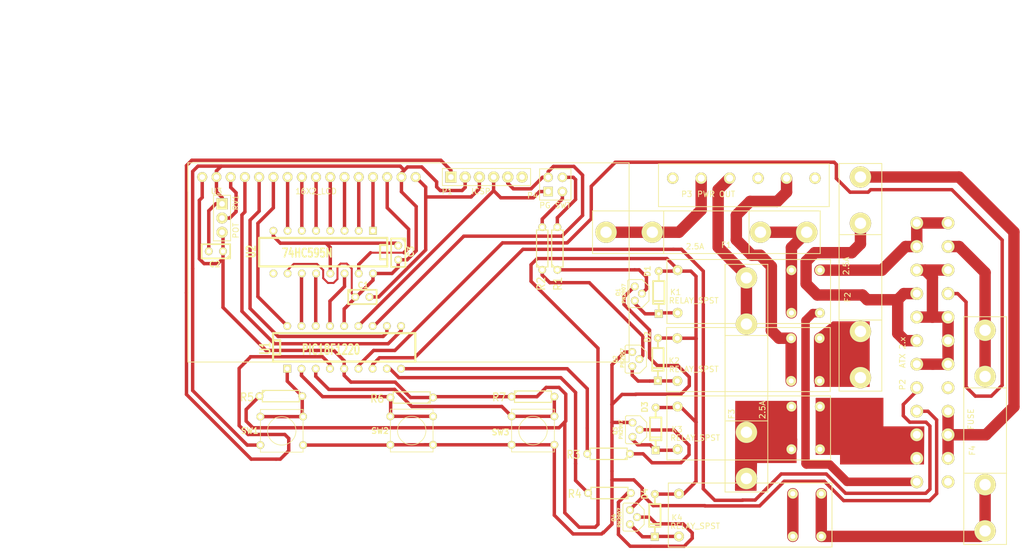
<source format=kicad_pcb>
(kicad_pcb (version 3) (host pcbnew "(2013-07-07 BZR 4022)-stable")

  (general
    (links 133)
    (no_connects 11)
    (area 1.550002 72.700001 184.650001 170.650001)
    (thickness 1.6)
    (drawings 8)
    (tracks 495)
    (zones 0)
    (modules 37)
    (nets 50)
  )

  (page USLetter portrait)
  (layers
    (15 F.Cu signal)
    (0 B.Cu signal)
    (16 B.Adhes user)
    (17 F.Adhes user)
    (18 B.Paste user)
    (19 F.Paste user)
    (20 B.SilkS user)
    (21 F.SilkS user)
    (22 B.Mask user)
    (23 F.Mask user)
    (24 Dwgs.User user)
    (25 Cmts.User user)
    (26 Eco1.User user)
    (27 Eco2.User user)
    (28 Edge.Cuts user)
  )

  (setup
    (last_trace_width 0.2032)
    (user_trace_width 0.3556)
    (user_trace_width 0.508)
    (user_trace_width 0.6096)
    (user_trace_width 0.762)
    (user_trace_width 1.524)
    (user_trace_width 1.778)
    (user_trace_width 2.032)
    (user_trace_width 2.54)
    (trace_clearance 0.3556)
    (zone_clearance 0)
    (zone_45_only no)
    (trace_min 0.2032)
    (segment_width 0.2)
    (edge_width 0.1)
    (via_size 0.889)
    (via_drill 0.635)
    (via_min_size 0.889)
    (via_min_drill 0.508)
    (uvia_size 0.508)
    (uvia_drill 0.127)
    (uvias_allowed no)
    (uvia_min_size 0.508)
    (uvia_min_drill 0.127)
    (pcb_text_width 0.3)
    (pcb_text_size 1.5 1.5)
    (mod_edge_width 0.15)
    (mod_text_size 1 1)
    (mod_text_width 0.15)
    (pad_size 1.7 1.7)
    (pad_drill 1)
    (pad_to_mask_clearance 0)
    (aux_axis_origin 0 0)
    (visible_elements 7FFFFFFF)
    (pcbplotparams
      (layerselection 3178497)
      (usegerberextensions true)
      (excludeedgelayer true)
      (linewidth 0.150000)
      (plotframeref false)
      (viasonmask false)
      (mode 1)
      (useauxorigin false)
      (hpglpennumber 1)
      (hpglpenspeed 20)
      (hpglpendiameter 15)
      (hpglpenoverlay 2)
      (psnegative false)
      (psa4output false)
      (plotreference true)
      (plotvalue true)
      (plotothertext true)
      (plotinvisibletext false)
      (padsonsilk false)
      (subtractmaskfromsilk false)
      (outputformat 1)
      (mirror false)
      (drillshape 0)
      (scaleselection 1)
      (outputdirectory "C:/Users/OPTIPLEX  960/Documents/Electronics/Projects/CPU Power Supply Mod/PCB Gerbers/"))
  )

  (net 0 "")
  (net 1 +12V)
  (net 2 +3.3V)
  (net 3 +5V)
  (net 4 +5VA)
  (net 5 -12V)
  (net 6 /ON1)
  (net 7 /ON2)
  (net 8 /ON3)
  (net 9 /ON4)
  (net 10 /PG)
  (net 11 /PGC)
  (net 12 /PGD)
  (net 13 /PN)
  (net 14 /SW1)
  (net 15 /SW2)
  (net 16 /SW3)
  (net 17 GND)
  (net 18 N-0000010)
  (net 19 N-0000011)
  (net 20 N-0000012)
  (net 21 N-0000013)
  (net 22 N-0000014)
  (net 23 N-000002)
  (net 24 N-0000022)
  (net 25 N-0000023)
  (net 26 N-0000024)
  (net 27 N-0000025)
  (net 28 N-0000026)
  (net 29 N-0000027)
  (net 30 N-000003)
  (net 31 N-0000031)
  (net 32 N-0000032)
  (net 33 N-0000036)
  (net 34 N-0000037)
  (net 35 N-0000038)
  (net 36 N-0000039)
  (net 37 N-0000040)
  (net 38 N-0000041)
  (net 39 N-0000042)
  (net 40 N-0000043)
  (net 41 N-0000044)
  (net 42 N-0000045)
  (net 43 N-0000046)
  (net 44 N-0000047)
  (net 45 N-0000048)
  (net 46 N-0000049)
  (net 47 N-000007)
  (net 48 N-000008)
  (net 49 N-000009)

  (net_class Default "This is the default net class."
    (clearance 0.3556)
    (trace_width 0.2032)
    (via_dia 0.889)
    (via_drill 0.635)
    (uvia_dia 0.508)
    (uvia_drill 0.127)
    (add_net "")
    (add_net +12V)
    (add_net +3.3V)
    (add_net +5V)
    (add_net +5VA)
    (add_net -12V)
    (add_net /ON1)
    (add_net /ON2)
    (add_net /ON3)
    (add_net /ON4)
    (add_net /PG)
    (add_net /PGC)
    (add_net /PGD)
    (add_net /PN)
    (add_net /SW1)
    (add_net /SW2)
    (add_net /SW3)
    (add_net GND)
    (add_net N-0000010)
    (add_net N-0000011)
    (add_net N-0000012)
    (add_net N-0000013)
    (add_net N-0000014)
    (add_net N-000002)
    (add_net N-0000022)
    (add_net N-0000023)
    (add_net N-0000024)
    (add_net N-0000025)
    (add_net N-0000026)
    (add_net N-0000027)
    (add_net N-000003)
    (add_net N-0000031)
    (add_net N-0000032)
    (add_net N-0000036)
    (add_net N-0000037)
    (add_net N-0000038)
    (add_net N-0000039)
    (add_net N-0000040)
    (add_net N-0000041)
    (add_net N-0000042)
    (add_net N-0000043)
    (add_net N-0000044)
    (add_net N-0000045)
    (add_net N-0000046)
    (add_net N-0000047)
    (add_net N-0000048)
    (add_net N-0000049)
    (add_net N-000007)
    (add_net N-000008)
    (add_net N-000009)
  )

  (module RELAY_SPST (layer F.Cu) (tedit 560086BF) (tstamp 55FDB145)
    (at 138.35 165.55 270)
    (path /55FDA11A)
    (fp_text reference K4 (at -0.8 15.6 360) (layer F.SilkS)
      (effects (font (size 1 1) (thickness 0.15)))
    )
    (fp_text value RELAY_SPST (at 0.7 12.35 360) (layer F.SilkS)
      (effects (font (size 1 1) (thickness 0.15)))
    )
    (fp_line (start -6.985 -12.065) (end -6.985 17.145) (layer F.SilkS) (width 0.15))
    (fp_line (start -6.985 17.145) (end 4.445 17.145) (layer F.SilkS) (width 0.15))
    (fp_line (start 4.445 17.145) (end 4.445 -12.065) (layer F.SilkS) (width 0.15))
    (fp_line (start 4.445 -12.065) (end -6.985 -12.065) (layer F.SilkS) (width 0.15))
    (pad 3 thru_hole circle (at -5.08 15.24 270) (size 1.778 1.778) (drill 0.889)
      (layers *.Cu *.Mask F.SilkS)
      (net 17 GND)
    )
    (pad 4 thru_hole circle (at 2.54 15.24 270) (size 1.778 1.778) (drill 0.889)
      (layers *.Cu *.Mask F.SilkS)
      (net 35 N-0000038)
    )
    (pad 1 thru_hole circle (at 2.54 -5.08 270) (size 1.778 1.778) (drill 0.889)
      (layers *.Cu *.Mask F.SilkS)
      (net 45 N-0000048)
    )
    (pad 1 thru_hole circle (at -5.08 -5.08 270) (size 1.778 1.778) (drill 0.889)
      (layers *.Cu *.Mask F.SilkS)
      (net 45 N-0000048)
    )
    (pad 2 thru_hole circle (at -5.08 -10.16 270) (size 1.778 1.778) (drill 0.889)
      (layers *.Cu *.Mask F.SilkS)
      (net 46 N-0000049)
    )
    (pad 2 thru_hole circle (at 2.54 -10.16 270) (size 1.778 1.778) (drill 0.889)
      (layers *.Cu *.Mask F.SilkS)
      (net 46 N-0000049)
    )
  )

  (module RELAY_SPST (layer F.Cu) (tedit 560086C2) (tstamp 55FDB153)
    (at 138.1 150 270)
    (path /55FDA0F6)
    (fp_text reference K3 (at -1 15.35 360) (layer F.SilkS)
      (effects (font (size 1 1) (thickness 0.15)))
    )
    (fp_text value RELAY_SPST (at 0.5 12.1 360) (layer F.SilkS)
      (effects (font (size 1 1) (thickness 0.15)))
    )
    (fp_line (start -6.985 -12.065) (end -6.985 17.145) (layer F.SilkS) (width 0.15))
    (fp_line (start -6.985 17.145) (end 4.445 17.145) (layer F.SilkS) (width 0.15))
    (fp_line (start 4.445 17.145) (end 4.445 -12.065) (layer F.SilkS) (width 0.15))
    (fp_line (start 4.445 -12.065) (end -6.985 -12.065) (layer F.SilkS) (width 0.15))
    (pad 3 thru_hole circle (at -5.08 15.24 270) (size 1.778 1.778) (drill 0.889)
      (layers *.Cu *.Mask F.SilkS)
      (net 17 GND)
    )
    (pad 4 thru_hole circle (at 2.54 15.24 270) (size 1.778 1.778) (drill 0.889)
      (layers *.Cu *.Mask F.SilkS)
      (net 36 N-0000039)
    )
    (pad 1 thru_hole circle (at 2.54 -5.08 270) (size 1.778 1.778) (drill 0.889)
      (layers *.Cu *.Mask F.SilkS)
      (net 44 N-0000047)
    )
    (pad 1 thru_hole circle (at -5.08 -5.08 270) (size 1.778 1.778) (drill 0.889)
      (layers *.Cu *.Mask F.SilkS)
      (net 44 N-0000047)
    )
    (pad 2 thru_hole circle (at -5.08 -10.16 270) (size 1.778 1.778) (drill 0.889)
      (layers *.Cu *.Mask F.SilkS)
      (net 1 +12V)
    )
    (pad 2 thru_hole circle (at 2.54 -10.16 270) (size 1.778 1.778) (drill 0.889)
      (layers *.Cu *.Mask F.SilkS)
      (net 1 +12V)
    )
  )

  (module RELAY_SPST (layer F.Cu) (tedit 560086DE) (tstamp 55FDB161)
    (at 138.05 137.8 270)
    (path /55FDA0D2)
    (fp_text reference K2 (at -1.05 15.8 360) (layer F.SilkS)
      (effects (font (size 1 1) (thickness 0.15)))
    )
    (fp_text value RELAY_SPST (at 0.45 12.3 360) (layer F.SilkS)
      (effects (font (size 1 1) (thickness 0.15)))
    )
    (fp_line (start 4.445 -12.065) (end 4.445 17.145) (layer F.SilkS) (width 0.15))
    (fp_line (start 4.445 17.145) (end -6.985 17.145) (layer F.SilkS) (width 0.15))
    (fp_line (start -6.985 17.145) (end -6.985 -12.065) (layer F.SilkS) (width 0.15))
    (fp_line (start 4.445 -12.065) (end -6.985 -12.065) (layer F.SilkS) (width 0.15))
    (pad 3 thru_hole circle (at -5.08 15.24 270) (size 1.778 1.778) (drill 0.889)
      (layers *.Cu *.Mask F.SilkS)
      (net 17 GND)
    )
    (pad 4 thru_hole circle (at 2.54 15.24 270) (size 1.778 1.778) (drill 0.889)
      (layers *.Cu *.Mask F.SilkS)
      (net 37 N-0000040)
    )
    (pad 1 thru_hole circle (at 2.54 -5.08 270) (size 1.778 1.778) (drill 0.889)
      (layers *.Cu *.Mask F.SilkS)
      (net 43 N-0000046)
    )
    (pad 1 thru_hole circle (at -5.08 -5.08 270) (size 1.778 1.778) (drill 0.889)
      (layers *.Cu *.Mask F.SilkS)
      (net 43 N-0000046)
    )
    (pad 2 thru_hole circle (at -5.08 -10.16 270) (size 1.778 1.778) (drill 0.889)
      (layers *.Cu *.Mask F.SilkS)
      (net 32 N-0000032)
    )
    (pad 2 thru_hole circle (at 2.54 -10.16 270) (size 1.778 1.778) (drill 0.889)
      (layers *.Cu *.Mask F.SilkS)
      (net 32 N-0000032)
    )
  )

  (module RELAY_SPST (layer F.Cu) (tedit 560086E4) (tstamp 55FDB113)
    (at 138.1 125.65 270)
    (path /55FD9741)
    (fp_text reference K1 (at -1.15 15.6 360) (layer F.SilkS)
      (effects (font (size 1 1) (thickness 0.15)))
    )
    (fp_text value RELAY_SPST (at 0.35 12.35 360) (layer F.SilkS)
      (effects (font (size 1 1) (thickness 0.15)))
    )
    (fp_line (start -6.985 17.145) (end -6.985 -12.065) (layer F.SilkS) (width 0.15))
    (fp_line (start 4.445 -12.065) (end 4.445 17.145) (layer F.SilkS) (width 0.15))
    (fp_line (start -6.985 17.145) (end 4.445 17.145) (layer F.SilkS) (width 0.15))
    (fp_line (start 4.445 -12.065) (end -6.985 -12.065) (layer F.SilkS) (width 0.15))
    (pad 3 thru_hole circle (at -5.08 15.24 270) (size 1.778 1.778) (drill 0.889)
      (layers *.Cu *.Mask F.SilkS)
      (net 17 GND)
    )
    (pad 4 thru_hole circle (at 2.54 15.24 270) (size 1.778 1.778) (drill 0.889)
      (layers *.Cu *.Mask F.SilkS)
      (net 38 N-0000041)
    )
    (pad 1 thru_hole circle (at 2.54 -5.08 270) (size 1.778 1.778) (drill 0.889)
      (layers *.Cu *.Mask F.SilkS)
      (net 42 N-0000045)
    )
    (pad 1 thru_hole circle (at -5.08 -5.08 270) (size 1.778 1.778) (drill 0.889)
      (layers *.Cu *.Mask F.SilkS)
      (net 42 N-0000045)
    )
    (pad 2 thru_hole circle (at -5.08 -10.16 270) (size 1.778 1.778) (drill 0.889)
      (layers *.Cu *.Mask F.SilkS)
      (net 2 +3.3V)
    )
    (pad 2 thru_hole circle (at 2.54 -10.16 270) (size 1.778 1.778) (drill 0.889)
      (layers *.Cu *.Mask F.SilkS)
      (net 2 +3.3V)
    )
  )

  (module CON_2x2 (layer F.Cu) (tedit 56008750) (tstamp 55FDB3B2)
    (at 102.3 104)
    (path /55FDC0CC)
    (fp_text reference P4 (at -5.3 3.25) (layer F.SilkS)
      (effects (font (size 1 1) (thickness 0.15)))
    )
    (fp_text value "PG SWT" (at -1.3 5) (layer F.SilkS)
      (effects (font (size 1 1) (thickness 0.15)))
    )
    (fp_line (start -4.064 -1.524) (end 1.524 -1.524) (layer F.SilkS) (width 0.15))
    (fp_line (start 1.524 -1.524) (end 1.524 4.064) (layer F.SilkS) (width 0.15))
    (fp_line (start 1.524 4.064) (end -4.064 4.064) (layer F.SilkS) (width 0.15))
    (fp_line (start -4.064 4.064) (end -4.064 -1.524) (layer F.SilkS) (width 0.15))
    (pad 1 thru_hole rect (at -2.54 2.54) (size 1.7 1.7) (drill 1)
      (layers *.Cu *.Mask F.SilkS)
      (net 12 /PGD)
    )
    (pad 4 thru_hole circle (at 0 2.54) (size 1.7 1.7) (drill 1)
      (layers *.Cu *.Mask F.SilkS)
      (net 33 N-0000036)
    )
    (pad 3 thru_hole circle (at -2.54 0) (size 1.7 1.7) (drill 1)
      (layers *.Cu *.Mask F.SilkS)
      (net 11 /PGC)
    )
    (pad 2 thru_hole circle (at 0 0) (size 1.7 1.7) (drill 1)
      (layers *.Cu *.Mask F.SilkS)
      (net 34 N-0000037)
    )
  )

  (module 1602A_LCD (layer F.Cu) (tedit 55FDA888) (tstamp 55FDC406)
    (at 65.95 103.95)
    (path /55FD6078)
    (fp_text reference U3 (at -25.4 2.54) (layer F.SilkS)
      (effects (font (size 1 1) (thickness 0.15)))
    )
    (fp_text value 16X2_LCD (at -7.62 2.54) (layer F.SilkS)
      (effects (font (size 1 1) (thickness 0.15)))
    )
    (fp_line (start -30.48 33.02) (end -30.48 -2.54) (layer F.SilkS) (width 0.15))
    (fp_line (start -30.48 -2.54) (end -30.48 2.54) (layer F.SilkS) (width 0.15))
    (fp_line (start 48.26 -2.54) (end 48.26 33.02) (layer F.SilkS) (width 0.15))
    (fp_line (start 48.26 33.02) (end -30.48 33.02) (layer F.SilkS) (width 0.15))
    (fp_line (start -30.48 -2.54) (end 48.26 -2.54) (layer F.SilkS) (width 0.15))
    (pad 1 thru_hole circle (at -27.94 0) (size 1.778 1.778) (drill 1.016)
      (layers *.Cu *.Mask F.SilkS)
      (net 17 GND)
    )
    (pad 2 thru_hole circle (at -25.4 0) (size 1.778 1.778) (drill 1.016)
      (layers *.Cu *.Mask F.SilkS)
      (net 4 +5VA)
    )
    (pad 3 thru_hole circle (at -22.86 0) (size 1.778 1.778) (drill 1.016)
      (layers *.Cu *.Mask F.SilkS)
      (net 30 N-000003)
    )
    (pad 4 thru_hole circle (at -20.32 0) (size 1.778 1.778) (drill 1.016)
      (layers *.Cu *.Mask F.SilkS)
      (net 26 N-0000024)
    )
    (pad 5 thru_hole circle (at -17.78 0) (size 1.778 1.778) (drill 1.016)
      (layers *.Cu *.Mask F.SilkS)
      (net 27 N-0000025)
    )
    (pad 6 thru_hole circle (at -15.24 0) (size 1.778 1.778) (drill 1.016)
      (layers *.Cu *.Mask F.SilkS)
      (net 25 N-0000023)
    )
    (pad 7 thru_hole circle (at -12.7 0) (size 1.778 1.778) (drill 1.016)
      (layers *.Cu *.Mask F.SilkS)
      (net 22 N-0000014)
    )
    (pad 8 thru_hole circle (at -10.16 0) (size 1.778 1.778) (drill 1.016)
      (layers *.Cu *.Mask F.SilkS)
      (net 21 N-0000013)
    )
    (pad 9 thru_hole circle (at -7.62 0) (size 1.778 1.778) (drill 1.016)
      (layers *.Cu *.Mask F.SilkS)
      (net 20 N-0000012)
    )
    (pad 10 thru_hole circle (at -5.08 0) (size 1.778 1.778) (drill 1.016)
      (layers *.Cu *.Mask F.SilkS)
      (net 19 N-0000011)
    )
    (pad 11 thru_hole circle (at -2.54 0) (size 1.778 1.778) (drill 1.016)
      (layers *.Cu *.Mask F.SilkS)
      (net 18 N-0000010)
    )
    (pad 12 thru_hole circle (at 0 0) (size 1.778 1.778) (drill 1.016)
      (layers *.Cu *.Mask F.SilkS)
      (net 49 N-000009)
    )
    (pad 13 thru_hole circle (at 2.54 0) (size 1.778 1.778) (drill 1.016)
      (layers *.Cu *.Mask F.SilkS)
      (net 48 N-000008)
    )
    (pad 14 thru_hole circle (at 5.08 0) (size 1.778 1.778) (drill 1.016)
      (layers *.Cu *.Mask F.SilkS)
      (net 47 N-000007)
    )
    (pad 15 thru_hole circle (at 7.62 0) (size 1.778 1.778) (drill 1.016)
      (layers *.Cu *.Mask F.SilkS)
      (net 4 +5VA)
    )
    (pad 16 thru_hole circle (at 10.16 0) (size 1.778 1.778) (drill 1.016)
      (layers *.Cu *.Mask F.SilkS)
      (net 17 GND)
    )
  )

  (module FUSE (layer F.Cu) (tedit 55FDB58B) (tstamp 55FDB1E1)
    (at 155.5 121.85 90)
    (path /55FDA3E6)
    (fp_text reference F2 (at -3.556 -2.286 90) (layer F.SilkS)
      (effects (font (size 1 1) (thickness 0.15)))
    )
    (fp_text value 2.5A (at 2.032 -2.54 90) (layer F.SilkS)
      (effects (font (size 1 1) (thickness 0.15)))
    )
    (fp_line (start 7.62 3.81) (end 7.62 -3.81) (layer F.SilkS) (width 0.15))
    (fp_line (start -7.62 -3.81) (end -7.62 3.81) (layer F.SilkS) (width 0.15))
    (fp_line (start 20.32 -3.81) (end 6.35 -3.81) (layer F.SilkS) (width 0.15))
    (fp_line (start 20.32 -3.81) (end 20.32 3.81) (layer F.SilkS) (width 0.15))
    (fp_line (start 20.32 3.81) (end -20.32 3.81) (layer F.SilkS) (width 0.15))
    (fp_line (start -20.32 3.81) (end -20.32 -3.81) (layer F.SilkS) (width 0.15))
    (fp_line (start -20.32 -3.81) (end 6.35 -3.81) (layer F.SilkS) (width 0.15))
    (pad 1 thru_hole circle (at 9.652 0 90) (size 3.81 3.81) (drill 2.032)
      (layers *.Cu *.Mask F.SilkS)
      (net 3 +5V)
    )
    (pad 2 thru_hole circle (at -9.652 0 90) (size 3.81 3.81) (drill 2.032)
      (layers *.Cu *.Mask F.SilkS)
      (net 32 N-0000032)
    )
    (pad 1 thru_hole circle (at 17.907 0 90) (size 3.81 3.81) (drill 2.032)
      (layers *.Cu *.Mask F.SilkS)
      (net 3 +5V)
    )
    (pad 2 thru_hole circle (at -17.907 0 90) (size 3.81 3.81) (drill 2.032)
      (layers *.Cu *.Mask F.SilkS)
      (net 32 N-0000032)
    )
  )

  (module FUSE (layer F.Cu) (tedit 55FDB579) (tstamp 55FDB1D2)
    (at 128 113.8 180)
    (path /55FDA3D9)
    (fp_text reference F1 (at -3.556 -2.286 180) (layer F.SilkS)
      (effects (font (size 1 1) (thickness 0.15)))
    )
    (fp_text value 2.5A (at 2.032 -2.54 180) (layer F.SilkS)
      (effects (font (size 1 1) (thickness 0.15)))
    )
    (fp_line (start 7.62 3.81) (end 7.62 -3.81) (layer F.SilkS) (width 0.15))
    (fp_line (start -7.62 -3.81) (end -7.62 3.81) (layer F.SilkS) (width 0.15))
    (fp_line (start 20.32 -3.81) (end 6.35 -3.81) (layer F.SilkS) (width 0.15))
    (fp_line (start 20.32 -3.81) (end 20.32 3.81) (layer F.SilkS) (width 0.15))
    (fp_line (start 20.32 3.81) (end -20.32 3.81) (layer F.SilkS) (width 0.15))
    (fp_line (start -20.32 3.81) (end -20.32 -3.81) (layer F.SilkS) (width 0.15))
    (fp_line (start -20.32 -3.81) (end 6.35 -3.81) (layer F.SilkS) (width 0.15))
    (pad 1 thru_hole circle (at 9.652 0 180) (size 3.81 3.81) (drill 2.032)
      (layers *.Cu *.Mask F.SilkS)
      (net 41 N-0000044)
    )
    (pad 2 thru_hole circle (at -9.652 0 180) (size 3.81 3.81) (drill 2.032)
      (layers *.Cu *.Mask F.SilkS)
      (net 42 N-0000045)
    )
    (pad 1 thru_hole circle (at 17.907 0 180) (size 3.81 3.81) (drill 2.032)
      (layers *.Cu *.Mask F.SilkS)
      (net 41 N-0000044)
    )
    (pad 2 thru_hole circle (at -17.907 0 180) (size 3.81 3.81) (drill 2.032)
      (layers *.Cu *.Mask F.SilkS)
      (net 42 N-0000045)
    )
  )

  (module FUSE (layer F.Cu) (tedit 560086C9) (tstamp 55FDB1F0)
    (at 135.15 139.85 90)
    (path /55FDA3EC)
    (fp_text reference F3 (at -6.4 -2.65 90) (layer F.SilkS)
      (effects (font (size 1 1) (thickness 0.15)))
    )
    (fp_text value 2.5A (at -5.65 2.85 90) (layer F.SilkS)
      (effects (font (size 1 1) (thickness 0.15)))
    )
    (fp_line (start 7.62 3.81) (end 7.62 -3.81) (layer F.SilkS) (width 0.15))
    (fp_line (start -7.62 -3.81) (end -7.62 3.81) (layer F.SilkS) (width 0.15))
    (fp_line (start 20.32 -3.81) (end 6.35 -3.81) (layer F.SilkS) (width 0.15))
    (fp_line (start 20.32 -3.81) (end 20.32 3.81) (layer F.SilkS) (width 0.15))
    (fp_line (start 20.32 3.81) (end -20.32 3.81) (layer F.SilkS) (width 0.15))
    (fp_line (start -20.32 3.81) (end -20.32 -3.81) (layer F.SilkS) (width 0.15))
    (fp_line (start -20.32 -3.81) (end 6.35 -3.81) (layer F.SilkS) (width 0.15))
    (pad 1 thru_hole circle (at 9.652 0 90) (size 3.81 3.81) (drill 2.032)
      (layers *.Cu *.Mask F.SilkS)
      (net 31 N-0000031)
    )
    (pad 2 thru_hole circle (at -9.652 0 90) (size 3.81 3.81) (drill 2.032)
      (layers *.Cu *.Mask F.SilkS)
      (net 44 N-0000047)
    )
    (pad 1 thru_hole circle (at 17.907 0 90) (size 3.81 3.81) (drill 2.032)
      (layers *.Cu *.Mask F.SilkS)
      (net 31 N-0000031)
    )
    (pad 2 thru_hole circle (at -17.907 0 90) (size 3.81 3.81) (drill 2.032)
      (layers *.Cu *.Mask F.SilkS)
      (net 44 N-0000047)
    )
  )

  (module FUSE (layer F.Cu) (tedit 55FDB3DC) (tstamp 55FDB1FF)
    (at 177.75 149.2 90)
    (path /55FDA3FC)
    (fp_text reference F4 (at -3.556 -2.286 90) (layer F.SilkS)
      (effects (font (size 1 1) (thickness 0.15)))
    )
    (fp_text value FUSE (at 2.032 -2.54 90) (layer F.SilkS)
      (effects (font (size 1 1) (thickness 0.15)))
    )
    (fp_line (start 7.62 3.81) (end 7.62 -3.81) (layer F.SilkS) (width 0.15))
    (fp_line (start -7.62 -3.81) (end -7.62 3.81) (layer F.SilkS) (width 0.15))
    (fp_line (start 20.32 -3.81) (end 6.35 -3.81) (layer F.SilkS) (width 0.15))
    (fp_line (start 20.32 -3.81) (end 20.32 3.81) (layer F.SilkS) (width 0.15))
    (fp_line (start 20.32 3.81) (end -20.32 3.81) (layer F.SilkS) (width 0.15))
    (fp_line (start -20.32 3.81) (end -20.32 -3.81) (layer F.SilkS) (width 0.15))
    (fp_line (start -20.32 -3.81) (end 6.35 -3.81) (layer F.SilkS) (width 0.15))
    (pad 1 thru_hole circle (at 9.652 0 90) (size 3.81 3.81) (drill 2.032)
      (layers *.Cu *.Mask F.SilkS)
      (net 5 -12V)
    )
    (pad 2 thru_hole circle (at -9.652 0 90) (size 3.81 3.81) (drill 2.032)
      (layers *.Cu *.Mask F.SilkS)
      (net 46 N-0000049)
    )
    (pad 1 thru_hole circle (at 17.907 0 90) (size 3.81 3.81) (drill 2.032)
      (layers *.Cu *.Mask F.SilkS)
      (net 5 -12V)
    )
    (pad 2 thru_hole circle (at -17.907 0 90) (size 3.81 3.81) (drill 2.032)
      (layers *.Cu *.Mask F.SilkS)
      (net 46 N-0000049)
    )
  )

  (module TO92PN (layer F.Cu) (tedit 560086FF) (tstamp 55FDB0D5)
    (at 115.45 149.05 90)
    (path /55FDA0FC)
    (fp_text reference Q3 (at -0.2 -3.7 90) (layer F.SilkS)
      (effects (font (size 0.7 0.7) (thickness 0.15)))
    )
    (fp_text value PN2907 (at 0.05 -2.7 90) (layer F.SilkS)
      (effects (font (size 0.6 0.6) (thickness 0.15)))
    )
    (fp_line (start 1.3 1.9) (end -1.3 1.9) (layer F.SilkS) (width 0.15))
    (fp_line (start -2.5 -1.7) (end -2.3 -1.9) (layer F.SilkS) (width 0.15))
    (fp_line (start -2.3 -1.9) (end 2.3 -1.9) (layer F.SilkS) (width 0.15))
    (fp_line (start 2.3 -1.9) (end 2.5 -1.7) (layer F.SilkS) (width 0.15))
    (fp_line (start 2.5 -1.7) (end 2.5 0.7) (layer F.SilkS) (width 0.15))
    (fp_line (start 2.5 0.7) (end 1.3 1.9) (layer F.SilkS) (width 0.15))
    (fp_line (start -1.3 1.9) (end -2.5 0.7) (layer F.SilkS) (width 0.15))
    (fp_line (start -2.5 0.7) (end -2.5 -1.7) (layer F.SilkS) (width 0.15))
    (pad 1 thru_hole circle (at 1.27 -0.635 90) (size 1.4 1.4) (drill 0.8)
      (layers *.Cu *.Mask F.SilkS)
      (net 4 +5VA)
    )
    (pad 2 thru_hole circle (at 0 0.635 90) (size 1.4 1.4) (drill 0.8)
      (layers *.Cu *.Mask F.SilkS)
      (net 8 /ON3)
    )
    (pad 3 thru_hole circle (at -1.27 -0.635 90) (size 1.4 1.4) (drill 0.8)
      (layers *.Cu *.Mask F.SilkS)
      (net 36 N-0000039)
    )
    (model to-xxx-packages/to92.wrl
      (at (xyz 0 0 0))
      (scale (xyz 1 1 1))
      (rotate (xyz 0 0 0))
    )
  )

  (module TO92PN (layer F.Cu) (tedit 560086FA) (tstamp 55FDB0E4)
    (at 115 164.65 90)
    (path /55FDA120)
    (fp_text reference Q4 (at -0.1 -3.5 90) (layer F.SilkS)
      (effects (font (size 0.7 0.7) (thickness 0.15)))
    )
    (fp_text value PN2907 (at -0.1 -2.5 90) (layer F.SilkS)
      (effects (font (size 0.6 0.6) (thickness 0.15)))
    )
    (fp_line (start 1.3 1.9) (end -1.3 1.9) (layer F.SilkS) (width 0.15))
    (fp_line (start -2.5 -1.7) (end -2.3 -1.9) (layer F.SilkS) (width 0.15))
    (fp_line (start -2.3 -1.9) (end 2.3 -1.9) (layer F.SilkS) (width 0.15))
    (fp_line (start 2.3 -1.9) (end 2.5 -1.7) (layer F.SilkS) (width 0.15))
    (fp_line (start 2.5 -1.7) (end 2.5 0.7) (layer F.SilkS) (width 0.15))
    (fp_line (start 2.5 0.7) (end 1.3 1.9) (layer F.SilkS) (width 0.15))
    (fp_line (start -1.3 1.9) (end -2.5 0.7) (layer F.SilkS) (width 0.15))
    (fp_line (start -2.5 0.7) (end -2.5 -1.7) (layer F.SilkS) (width 0.15))
    (pad 1 thru_hole circle (at 1.27 -0.635 90) (size 1.4 1.4) (drill 0.8)
      (layers *.Cu *.Mask F.SilkS)
      (net 4 +5VA)
    )
    (pad 2 thru_hole circle (at 0 0.635 90) (size 1.4 1.4) (drill 0.8)
      (layers *.Cu *.Mask F.SilkS)
      (net 9 /ON4)
    )
    (pad 3 thru_hole circle (at -1.27 -0.635 90) (size 1.4 1.4) (drill 0.8)
      (layers *.Cu *.Mask F.SilkS)
      (net 35 N-0000038)
    )
    (model to-xxx-packages/to92.wrl
      (at (xyz 0 0 0))
      (scale (xyz 1 1 1))
      (rotate (xyz 0 0 0))
    )
  )

  (module TO92PN (layer F.Cu) (tedit 56008705) (tstamp 55FDB0F3)
    (at 115.4 136.45 90)
    (path /55FDA0D8)
    (fp_text reference Q2 (at -0.05 -3.65 90) (layer F.SilkS)
      (effects (font (size 0.7 0.7) (thickness 0.15)))
    )
    (fp_text value PN2907 (at 0.2 -2.4 90) (layer F.SilkS)
      (effects (font (size 0.6 0.6) (thickness 0.15)))
    )
    (fp_line (start 1.3 1.9) (end -1.3 1.9) (layer F.SilkS) (width 0.15))
    (fp_line (start -2.5 -1.7) (end -2.3 -1.9) (layer F.SilkS) (width 0.15))
    (fp_line (start -2.3 -1.9) (end 2.3 -1.9) (layer F.SilkS) (width 0.15))
    (fp_line (start 2.3 -1.9) (end 2.5 -1.7) (layer F.SilkS) (width 0.15))
    (fp_line (start 2.5 -1.7) (end 2.5 0.7) (layer F.SilkS) (width 0.15))
    (fp_line (start 2.5 0.7) (end 1.3 1.9) (layer F.SilkS) (width 0.15))
    (fp_line (start -1.3 1.9) (end -2.5 0.7) (layer F.SilkS) (width 0.15))
    (fp_line (start -2.5 0.7) (end -2.5 -1.7) (layer F.SilkS) (width 0.15))
    (pad 1 thru_hole circle (at 1.27 -0.635 90) (size 1.4 1.4) (drill 0.8)
      (layers *.Cu *.Mask F.SilkS)
      (net 4 +5VA)
    )
    (pad 2 thru_hole circle (at 0 0.635 90) (size 1.4 1.4) (drill 0.8)
      (layers *.Cu *.Mask F.SilkS)
      (net 7 /ON2)
    )
    (pad 3 thru_hole circle (at -1.27 -0.635 90) (size 1.4 1.4) (drill 0.8)
      (layers *.Cu *.Mask F.SilkS)
      (net 37 N-0000040)
    )
    (model to-xxx-packages/to92.wrl
      (at (xyz 0 0 0))
      (scale (xyz 1 1 1))
      (rotate (xyz 0 0 0))
    )
  )

  (module TO92PN (layer F.Cu) (tedit 5600870B) (tstamp 55FDB102)
    (at 115.85 124.75 90)
    (path /55FD9C3D)
    (fp_text reference Q1 (at 0.25 -3.6 90) (layer F.SilkS)
      (effects (font (size 0.7 0.7) (thickness 0.15)))
    )
    (fp_text value PN2907 (at 0 -2.6 90) (layer F.SilkS)
      (effects (font (size 0.6 0.6) (thickness 0.15)))
    )
    (fp_line (start 1.3 1.9) (end -1.3 1.9) (layer F.SilkS) (width 0.15))
    (fp_line (start -2.5 -1.7) (end -2.3 -1.9) (layer F.SilkS) (width 0.15))
    (fp_line (start -2.3 -1.9) (end 2.3 -1.9) (layer F.SilkS) (width 0.15))
    (fp_line (start 2.3 -1.9) (end 2.5 -1.7) (layer F.SilkS) (width 0.15))
    (fp_line (start 2.5 -1.7) (end 2.5 0.7) (layer F.SilkS) (width 0.15))
    (fp_line (start 2.5 0.7) (end 1.3 1.9) (layer F.SilkS) (width 0.15))
    (fp_line (start -1.3 1.9) (end -2.5 0.7) (layer F.SilkS) (width 0.15))
    (fp_line (start -2.5 0.7) (end -2.5 -1.7) (layer F.SilkS) (width 0.15))
    (pad 1 thru_hole circle (at 1.27 -0.635 90) (size 1.4 1.4) (drill 0.8)
      (layers *.Cu *.Mask F.SilkS)
      (net 4 +5VA)
    )
    (pad 2 thru_hole circle (at 0 0.635 90) (size 1.4 1.4) (drill 0.8)
      (layers *.Cu *.Mask F.SilkS)
      (net 6 /ON1)
    )
    (pad 3 thru_hole circle (at -1.27 -0.635 90) (size 1.4 1.4) (drill 0.8)
      (layers *.Cu *.Mask F.SilkS)
      (net 38 N-0000041)
    )
    (model to-xxx-packages/to92.wrl
      (at (xyz 0 0 0))
      (scale (xyz 1 1 1))
      (rotate (xyz 0 0 0))
    )
  )

  (module SW_PUSH_SMALL (layer F.Cu) (tedit 560FE3E9) (tstamp 55FDB10F)
    (at 97.05 149.2 180)
    (path /55FDB36C)
    (fp_text reference SW3 (at 5.8 -0.3 180) (layer F.SilkS)
      (effects (font (size 1.016 1.016) (thickness 0.2032)))
    )
    (fp_text value "" (at -0.1 1.1 180) (layer F.SilkS)
      (effects (font (size 1.016 1.016) (thickness 0.2032)))
    )
    (fp_circle (center 0 0) (end 0 -2.54) (layer F.SilkS) (width 0.127))
    (fp_line (start -3.81 -3.81) (end 3.81 -3.81) (layer F.SilkS) (width 0.127))
    (fp_line (start 3.81 -3.81) (end 3.81 3.81) (layer F.SilkS) (width 0.127))
    (fp_line (start 3.81 3.81) (end -3.81 3.81) (layer F.SilkS) (width 0.127))
    (fp_line (start -3.81 -3.81) (end -3.81 3.81) (layer F.SilkS) (width 0.127))
    (pad 1 thru_hole circle (at 3.81 -2.54 180) (size 1.397 1.397) (drill 0.8128)
      (layers *.Cu *.Mask F.SilkS)
      (net 4 +5VA)
    )
    (pad 2 thru_hole circle (at 3.81 2.54 180) (size 1.397 1.397) (drill 0.8128)
      (layers *.Cu *.Mask F.SilkS)
      (net 16 /SW3)
    )
    (pad 1 thru_hole circle (at -3.81 -2.54 180) (size 1.397 1.397) (drill 0.8128)
      (layers *.Cu *.Mask F.SilkS)
      (net 4 +5VA)
    )
    (pad 2 thru_hole circle (at -3.81 2.54 180) (size 1.397 1.397) (drill 0.8128)
      (layers *.Cu *.Mask F.SilkS)
      (net 16 /SW3)
    )
  )

  (module SW_PUSH_SMALL (layer F.Cu) (tedit 560FE3E6) (tstamp 55FDB11C)
    (at 75.4 149.2 180)
    (path /55FDB366)
    (fp_text reference SW2 (at 5.65 -0.05 180) (layer F.SilkS)
      (effects (font (size 1.016 1.016) (thickness 0.2032)))
    )
    (fp_text value "" (at 0 1.016 180) (layer F.SilkS)
      (effects (font (size 1.016 1.016) (thickness 0.2032)))
    )
    (fp_circle (center 0 0) (end 0 -2.54) (layer F.SilkS) (width 0.127))
    (fp_line (start -3.81 -3.81) (end 3.81 -3.81) (layer F.SilkS) (width 0.127))
    (fp_line (start 3.81 -3.81) (end 3.81 3.81) (layer F.SilkS) (width 0.127))
    (fp_line (start 3.81 3.81) (end -3.81 3.81) (layer F.SilkS) (width 0.127))
    (fp_line (start -3.81 -3.81) (end -3.81 3.81) (layer F.SilkS) (width 0.127))
    (pad 1 thru_hole circle (at 3.81 -2.54 180) (size 1.397 1.397) (drill 0.8128)
      (layers *.Cu *.Mask F.SilkS)
      (net 4 +5VA)
    )
    (pad 2 thru_hole circle (at 3.81 2.54 180) (size 1.397 1.397) (drill 0.8128)
      (layers *.Cu *.Mask F.SilkS)
      (net 15 /SW2)
    )
    (pad 1 thru_hole circle (at -3.81 -2.54 180) (size 1.397 1.397) (drill 0.8128)
      (layers *.Cu *.Mask F.SilkS)
      (net 4 +5VA)
    )
    (pad 2 thru_hole circle (at -3.81 2.54 180) (size 1.397 1.397) (drill 0.8128)
      (layers *.Cu *.Mask F.SilkS)
      (net 15 /SW2)
    )
  )

  (module SW_PUSH_SMALL (layer F.Cu) (tedit 560FE3E4) (tstamp 55FDB129)
    (at 52.2 149.25 180)
    (path /55FDB359)
    (fp_text reference SW1 (at 5.7 0 180) (layer F.SilkS)
      (effects (font (size 1.016 1.016) (thickness 0.2032)))
    )
    (fp_text value "" (at 0 1.016 180) (layer F.SilkS)
      (effects (font (size 1.016 1.016) (thickness 0.2032)))
    )
    (fp_circle (center 0 0) (end 0 -2.54) (layer F.SilkS) (width 0.127))
    (fp_line (start -3.81 -3.81) (end 3.81 -3.81) (layer F.SilkS) (width 0.127))
    (fp_line (start 3.81 -3.81) (end 3.81 3.81) (layer F.SilkS) (width 0.127))
    (fp_line (start 3.81 3.81) (end -3.81 3.81) (layer F.SilkS) (width 0.127))
    (fp_line (start -3.81 -3.81) (end -3.81 3.81) (layer F.SilkS) (width 0.127))
    (pad 1 thru_hole circle (at 3.81 -2.54 180) (size 1.397 1.397) (drill 0.8128)
      (layers *.Cu *.Mask F.SilkS)
      (net 4 +5VA)
    )
    (pad 2 thru_hole circle (at 3.81 2.54 180) (size 1.397 1.397) (drill 0.8128)
      (layers *.Cu *.Mask F.SilkS)
      (net 14 /SW1)
    )
    (pad 1 thru_hole circle (at -3.81 -2.54 180) (size 1.397 1.397) (drill 0.8128)
      (layers *.Cu *.Mask F.SilkS)
      (net 4 +5VA)
    )
    (pad 2 thru_hole circle (at -3.81 2.54 180) (size 1.397 1.397) (drill 0.8128)
      (layers *.Cu *.Mask F.SilkS)
      (net 14 /SW1)
    )
  )

  (module R3 (layer F.Cu) (tedit 560FE367) (tstamp 55FDB16F)
    (at 110.7 160.35 180)
    (descr "Resitance 3 pas")
    (tags R)
    (path /55FDAA8E)
    (autoplace_cost180 10)
    (fp_text reference R4 (at 6.2 -0.15 180) (layer F.SilkS)
      (effects (font (size 1.397 1.27) (thickness 0.2032)))
    )
    (fp_text value R (at 0 0.127 180) (layer F.SilkS) hide
      (effects (font (size 1.397 1.27) (thickness 0.2032)))
    )
    (fp_line (start -3.81 0) (end -3.302 0) (layer F.SilkS) (width 0.2032))
    (fp_line (start 3.81 0) (end 3.302 0) (layer F.SilkS) (width 0.2032))
    (fp_line (start 3.302 0) (end 3.302 -1.016) (layer F.SilkS) (width 0.2032))
    (fp_line (start 3.302 -1.016) (end -3.302 -1.016) (layer F.SilkS) (width 0.2032))
    (fp_line (start -3.302 -1.016) (end -3.302 1.016) (layer F.SilkS) (width 0.2032))
    (fp_line (start -3.302 1.016) (end 3.302 1.016) (layer F.SilkS) (width 0.2032))
    (fp_line (start 3.302 1.016) (end 3.302 0) (layer F.SilkS) (width 0.2032))
    (fp_line (start -3.302 -0.508) (end -2.794 -1.016) (layer F.SilkS) (width 0.2032))
    (pad 1 thru_hole circle (at -3.81 0 180) (size 1.397 1.397) (drill 0.8128)
      (layers *.Cu *.Mask F.SilkS)
      (net 9 /ON4)
    )
    (pad 2 thru_hole circle (at 3.81 0 180) (size 1.397 1.397) (drill 0.8128)
      (layers *.Cu *.Mask F.SilkS)
      (net 39 N-0000042)
    )
    (model discret/resistor.wrl
      (at (xyz 0 0 0))
      (scale (xyz 0.3 0.3 0.3))
      (rotate (xyz 0 0 0))
    )
  )

  (module R3 (layer F.Cu) (tedit 560FE3DB) (tstamp 55FDB17D)
    (at 97.05 143.15)
    (descr "Resitance 3 pas")
    (tags R)
    (path /55FDB37E)
    (autoplace_cost180 10)
    (fp_text reference R7 (at -6.05 0.1) (layer F.SilkS)
      (effects (font (size 1.397 1.27) (thickness 0.2032)))
    )
    (fp_text value R (at 0 0.127) (layer F.SilkS) hide
      (effects (font (size 1.397 1.27) (thickness 0.2032)))
    )
    (fp_line (start -3.81 0) (end -3.302 0) (layer F.SilkS) (width 0.2032))
    (fp_line (start 3.81 0) (end 3.302 0) (layer F.SilkS) (width 0.2032))
    (fp_line (start 3.302 0) (end 3.302 -1.016) (layer F.SilkS) (width 0.2032))
    (fp_line (start 3.302 -1.016) (end -3.302 -1.016) (layer F.SilkS) (width 0.2032))
    (fp_line (start -3.302 -1.016) (end -3.302 1.016) (layer F.SilkS) (width 0.2032))
    (fp_line (start -3.302 1.016) (end 3.302 1.016) (layer F.SilkS) (width 0.2032))
    (fp_line (start 3.302 1.016) (end 3.302 0) (layer F.SilkS) (width 0.2032))
    (fp_line (start -3.302 -0.508) (end -2.794 -1.016) (layer F.SilkS) (width 0.2032))
    (pad 1 thru_hole circle (at -3.81 0) (size 1.397 1.397) (drill 0.8128)
      (layers *.Cu *.Mask F.SilkS)
      (net 17 GND)
    )
    (pad 2 thru_hole circle (at 3.81 0) (size 1.397 1.397) (drill 0.8128)
      (layers *.Cu *.Mask F.SilkS)
      (net 16 /SW3)
    )
    (model discret/resistor.wrl
      (at (xyz 0 0 0))
      (scale (xyz 0.3 0.3 0.3))
      (rotate (xyz 0 0 0))
    )
  )

  (module R3 (layer F.Cu) (tedit 560FE364) (tstamp 55FDB18B)
    (at 110.55 153.35 180)
    (descr "Resitance 3 pas")
    (tags R)
    (path /55FDAA9B)
    (autoplace_cost180 10)
    (fp_text reference R3 (at 6.3 -0.15 180) (layer F.SilkS)
      (effects (font (size 1.397 1.27) (thickness 0.2032)))
    )
    (fp_text value R (at 0 0.127 180) (layer F.SilkS) hide
      (effects (font (size 1.397 1.27) (thickness 0.2032)))
    )
    (fp_line (start -3.81 0) (end -3.302 0) (layer F.SilkS) (width 0.2032))
    (fp_line (start 3.81 0) (end 3.302 0) (layer F.SilkS) (width 0.2032))
    (fp_line (start 3.302 0) (end 3.302 -1.016) (layer F.SilkS) (width 0.2032))
    (fp_line (start 3.302 -1.016) (end -3.302 -1.016) (layer F.SilkS) (width 0.2032))
    (fp_line (start -3.302 -1.016) (end -3.302 1.016) (layer F.SilkS) (width 0.2032))
    (fp_line (start -3.302 1.016) (end 3.302 1.016) (layer F.SilkS) (width 0.2032))
    (fp_line (start 3.302 1.016) (end 3.302 0) (layer F.SilkS) (width 0.2032))
    (fp_line (start -3.302 -0.508) (end -2.794 -1.016) (layer F.SilkS) (width 0.2032))
    (pad 1 thru_hole circle (at -3.81 0 180) (size 1.397 1.397) (drill 0.8128)
      (layers *.Cu *.Mask F.SilkS)
      (net 8 /ON3)
    )
    (pad 2 thru_hole circle (at 3.81 0 180) (size 1.397 1.397) (drill 0.8128)
      (layers *.Cu *.Mask F.SilkS)
      (net 40 N-0000043)
    )
    (model discret/resistor.wrl
      (at (xyz 0 0 0))
      (scale (xyz 0.3 0.3 0.3))
      (rotate (xyz 0 0 0))
    )
  )

  (module R3 (layer F.Cu) (tedit 560FE331) (tstamp 55FDB199)
    (at 98.7 116.7 90)
    (descr "Resitance 3 pas")
    (tags R)
    (path /55FDAAA1)
    (autoplace_cost180 10)
    (fp_text reference R2 (at -6.3 -0.2 90) (layer F.SilkS)
      (effects (font (size 1.397 1.27) (thickness 0.2032)))
    )
    (fp_text value R (at 0 0.127 90) (layer F.SilkS) hide
      (effects (font (size 1.397 1.27) (thickness 0.2032)))
    )
    (fp_line (start -3.81 0) (end -3.302 0) (layer F.SilkS) (width 0.2032))
    (fp_line (start 3.81 0) (end 3.302 0) (layer F.SilkS) (width 0.2032))
    (fp_line (start 3.302 0) (end 3.302 -1.016) (layer F.SilkS) (width 0.2032))
    (fp_line (start 3.302 -1.016) (end -3.302 -1.016) (layer F.SilkS) (width 0.2032))
    (fp_line (start -3.302 -1.016) (end -3.302 1.016) (layer F.SilkS) (width 0.2032))
    (fp_line (start -3.302 1.016) (end 3.302 1.016) (layer F.SilkS) (width 0.2032))
    (fp_line (start 3.302 1.016) (end 3.302 0) (layer F.SilkS) (width 0.2032))
    (fp_line (start -3.302 -0.508) (end -2.794 -1.016) (layer F.SilkS) (width 0.2032))
    (pad 1 thru_hole circle (at -3.81 0 90) (size 1.397 1.397) (drill 0.8128)
      (layers *.Cu *.Mask F.SilkS)
      (net 7 /ON2)
    )
    (pad 2 thru_hole circle (at 3.81 0 90) (size 1.397 1.397) (drill 0.8128)
      (layers *.Cu *.Mask F.SilkS)
      (net 33 N-0000036)
    )
    (model discret/resistor.wrl
      (at (xyz 0 0 0))
      (scale (xyz 0.3 0.3 0.3))
      (rotate (xyz 0 0 0))
    )
  )

  (module R3 (layer F.Cu) (tedit 560FE337) (tstamp 55FDB84C)
    (at 101.4 116.7 90)
    (descr "Resitance 3 pas")
    (tags R)
    (path /55FDAAA7)
    (autoplace_cost180 10)
    (fp_text reference R1 (at -6.3 0.1 90) (layer F.SilkS)
      (effects (font (size 1.397 1.27) (thickness 0.2032)))
    )
    (fp_text value R (at 0 0.127 90) (layer F.SilkS) hide
      (effects (font (size 1.397 1.27) (thickness 0.2032)))
    )
    (fp_line (start -3.81 0) (end -3.302 0) (layer F.SilkS) (width 0.2032))
    (fp_line (start 3.81 0) (end 3.302 0) (layer F.SilkS) (width 0.2032))
    (fp_line (start 3.302 0) (end 3.302 -1.016) (layer F.SilkS) (width 0.2032))
    (fp_line (start 3.302 -1.016) (end -3.302 -1.016) (layer F.SilkS) (width 0.2032))
    (fp_line (start -3.302 -1.016) (end -3.302 1.016) (layer F.SilkS) (width 0.2032))
    (fp_line (start -3.302 1.016) (end 3.302 1.016) (layer F.SilkS) (width 0.2032))
    (fp_line (start 3.302 1.016) (end 3.302 0) (layer F.SilkS) (width 0.2032))
    (fp_line (start -3.302 -0.508) (end -2.794 -1.016) (layer F.SilkS) (width 0.2032))
    (pad 1 thru_hole circle (at -3.81 0 90) (size 1.397 1.397) (drill 0.8128)
      (layers *.Cu *.Mask F.SilkS)
      (net 6 /ON1)
    )
    (pad 2 thru_hole circle (at 3.81 0 90) (size 1.397 1.397) (drill 0.8128)
      (layers *.Cu *.Mask F.SilkS)
      (net 34 N-0000037)
    )
    (model discret/resistor.wrl
      (at (xyz 0 0 0))
      (scale (xyz 0.3 0.3 0.3))
      (rotate (xyz 0 0 0))
    )
  )

  (module R3 (layer F.Cu) (tedit 560FE3DF) (tstamp 55FDB1B5)
    (at 52.05 143.05)
    (descr "Resitance 3 pas")
    (tags R)
    (path /55FDB372)
    (autoplace_cost180 10)
    (fp_text reference R5 (at -6.05 0.2) (layer F.SilkS)
      (effects (font (size 1.397 1.27) (thickness 0.2032)))
    )
    (fp_text value R (at 0 0.127) (layer F.SilkS) hide
      (effects (font (size 1.397 1.27) (thickness 0.2032)))
    )
    (fp_line (start -3.81 0) (end -3.302 0) (layer F.SilkS) (width 0.2032))
    (fp_line (start 3.81 0) (end 3.302 0) (layer F.SilkS) (width 0.2032))
    (fp_line (start 3.302 0) (end 3.302 -1.016) (layer F.SilkS) (width 0.2032))
    (fp_line (start 3.302 -1.016) (end -3.302 -1.016) (layer F.SilkS) (width 0.2032))
    (fp_line (start -3.302 -1.016) (end -3.302 1.016) (layer F.SilkS) (width 0.2032))
    (fp_line (start -3.302 1.016) (end 3.302 1.016) (layer F.SilkS) (width 0.2032))
    (fp_line (start 3.302 1.016) (end 3.302 0) (layer F.SilkS) (width 0.2032))
    (fp_line (start -3.302 -0.508) (end -2.794 -1.016) (layer F.SilkS) (width 0.2032))
    (pad 1 thru_hole circle (at -3.81 0) (size 1.397 1.397) (drill 0.8128)
      (layers *.Cu *.Mask F.SilkS)
      (net 17 GND)
    )
    (pad 2 thru_hole circle (at 3.81 0) (size 1.397 1.397) (drill 0.8128)
      (layers *.Cu *.Mask F.SilkS)
      (net 14 /SW1)
    )
    (model discret/resistor.wrl
      (at (xyz 0 0 0))
      (scale (xyz 0.3 0.3 0.3))
      (rotate (xyz 0 0 0))
    )
  )

  (module R3 (layer F.Cu) (tedit 560FE3D7) (tstamp 55FDB1C3)
    (at 75.4 143.3 180)
    (descr "Resitance 3 pas")
    (tags R)
    (path /55FDB378)
    (autoplace_cost180 10)
    (fp_text reference R6 (at 6.15 -0.2 180) (layer F.SilkS)
      (effects (font (size 1.397 1.27) (thickness 0.2032)))
    )
    (fp_text value R (at -0.1 0.05 180) (layer F.SilkS) hide
      (effects (font (size 1.397 1.27) (thickness 0.2032)))
    )
    (fp_line (start -3.81 0) (end -3.302 0) (layer F.SilkS) (width 0.2032))
    (fp_line (start 3.81 0) (end 3.302 0) (layer F.SilkS) (width 0.2032))
    (fp_line (start 3.302 0) (end 3.302 -1.016) (layer F.SilkS) (width 0.2032))
    (fp_line (start 3.302 -1.016) (end -3.302 -1.016) (layer F.SilkS) (width 0.2032))
    (fp_line (start -3.302 -1.016) (end -3.302 1.016) (layer F.SilkS) (width 0.2032))
    (fp_line (start -3.302 1.016) (end 3.302 1.016) (layer F.SilkS) (width 0.2032))
    (fp_line (start 3.302 1.016) (end 3.302 0) (layer F.SilkS) (width 0.2032))
    (fp_line (start -3.302 -0.508) (end -2.794 -1.016) (layer F.SilkS) (width 0.2032))
    (pad 1 thru_hole circle (at -3.81 0 180) (size 1.397 1.397) (drill 0.8128)
      (layers *.Cu *.Mask F.SilkS)
      (net 17 GND)
    )
    (pad 2 thru_hole circle (at 3.81 0 180) (size 1.397 1.397) (drill 0.8128)
      (layers *.Cu *.Mask F.SilkS)
      (net 15 /SW2)
    )
    (model discret/resistor.wrl
      (at (xyz 0 0 0))
      (scale (xyz 0.3 0.3 0.3))
      (rotate (xyz 0 0 0))
    )
  )

  (module DO-35 (layer F.Cu) (tedit 5600873B) (tstamp 55FDB20C)
    (at 119.35 136.5 270)
    (descr "Diode 3 pas")
    (tags "DIODE DEV")
    (path /55FDA0DE)
    (fp_text reference D2 (at -4 1.85 270) (layer F.SilkS)
      (effects (font (size 1.016 1.016) (thickness 0.2032)))
    )
    (fp_text value DIODE (at 0 0.3 270) (layer F.SilkS) hide
      (effects (font (size 1.016 1.016) (thickness 0.2032)))
    )
    (fp_line (start 2.032 0) (end 3.81 0) (layer F.SilkS) (width 0.3175))
    (fp_line (start -2.032 0) (end -3.81 0) (layer F.SilkS) (width 0.3175))
    (fp_line (start 1.524 -1.016) (end 1.524 1.016) (layer F.SilkS) (width 0.3175))
    (fp_line (start -2.032 -1.016) (end -2.032 1.016) (layer F.SilkS) (width 0.3175))
    (fp_line (start -2.032 1.016) (end 2.032 1.016) (layer F.SilkS) (width 0.3175))
    (fp_line (start 2.032 1.016) (end 2.032 -1.016) (layer F.SilkS) (width 0.3175))
    (fp_line (start 2.032 -1.016) (end -2.032 -1.016) (layer F.SilkS) (width 0.3175))
    (pad 2 thru_hole rect (at 3.81 0 270) (size 1.4224 1.4224) (drill 0.6096)
      (layers *.Cu *.Mask F.SilkS)
      (net 37 N-0000040)
    )
    (pad 1 thru_hole circle (at -3.81 0 270) (size 1.4224 1.4224) (drill 0.6096)
      (layers *.Cu *.Mask F.SilkS)
      (net 17 GND)
    )
    (model discret/diode.wrl
      (at (xyz 0 0 0))
      (scale (xyz 0.3 0.3 0.3))
      (rotate (xyz 0 0 0))
    )
  )

  (module DO-35 (layer F.Cu) (tedit 56008735) (tstamp 55FDB8D0)
    (at 118.8 164.35 270)
    (descr "Diode 3 pas")
    (tags "DIODE DEV")
    (path /55FDA126)
    (fp_text reference D4 (at -3.85 1.8 270) (layer F.SilkS)
      (effects (font (size 1.016 1.016) (thickness 0.2032)))
    )
    (fp_text value DIODE (at 0 0 270) (layer F.SilkS) hide
      (effects (font (size 1.016 1.016) (thickness 0.2032)))
    )
    (fp_line (start 2.032 0) (end 3.81 0) (layer F.SilkS) (width 0.3175))
    (fp_line (start -2.032 0) (end -3.81 0) (layer F.SilkS) (width 0.3175))
    (fp_line (start 1.524 -1.016) (end 1.524 1.016) (layer F.SilkS) (width 0.3175))
    (fp_line (start -2.032 -1.016) (end -2.032 1.016) (layer F.SilkS) (width 0.3175))
    (fp_line (start -2.032 1.016) (end 2.032 1.016) (layer F.SilkS) (width 0.3175))
    (fp_line (start 2.032 1.016) (end 2.032 -1.016) (layer F.SilkS) (width 0.3175))
    (fp_line (start 2.032 -1.016) (end -2.032 -1.016) (layer F.SilkS) (width 0.3175))
    (pad 2 thru_hole rect (at 3.81 0 270) (size 1.4224 1.4224) (drill 0.6096)
      (layers *.Cu *.Mask F.SilkS)
      (net 35 N-0000038)
    )
    (pad 1 thru_hole circle (at -3.81 0 270) (size 1.4224 1.4224) (drill 0.6096)
      (layers *.Cu *.Mask F.SilkS)
      (net 17 GND)
    )
    (model discret/diode.wrl
      (at (xyz 0 0 0))
      (scale (xyz 0.3 0.3 0.3))
      (rotate (xyz 0 0 0))
    )
  )

  (module DO-35 (layer F.Cu) (tedit 5600873E) (tstamp 55FDB226)
    (at 119.5 124.55 270)
    (descr "Diode 3 pas")
    (tags "DIODE DEV")
    (path /55FD9DFF)
    (fp_text reference D1 (at -3.8 2 270) (layer F.SilkS)
      (effects (font (size 1.016 1.016) (thickness 0.2032)))
    )
    (fp_text value DIODE (at 0 0 270) (layer F.SilkS) hide
      (effects (font (size 1.016 1.016) (thickness 0.2032)))
    )
    (fp_line (start 2.032 0) (end 3.81 0) (layer F.SilkS) (width 0.3175))
    (fp_line (start -2.032 0) (end -3.81 0) (layer F.SilkS) (width 0.3175))
    (fp_line (start 1.524 -1.016) (end 1.524 1.016) (layer F.SilkS) (width 0.3175))
    (fp_line (start -2.032 -1.016) (end -2.032 1.016) (layer F.SilkS) (width 0.3175))
    (fp_line (start -2.032 1.016) (end 2.032 1.016) (layer F.SilkS) (width 0.3175))
    (fp_line (start 2.032 1.016) (end 2.032 -1.016) (layer F.SilkS) (width 0.3175))
    (fp_line (start 2.032 -1.016) (end -2.032 -1.016) (layer F.SilkS) (width 0.3175))
    (pad 2 thru_hole rect (at 3.81 0 270) (size 1.4224 1.4224) (drill 0.6096)
      (layers *.Cu *.Mask F.SilkS)
      (net 38 N-0000041)
    )
    (pad 1 thru_hole circle (at -3.81 0 270) (size 1.4224 1.4224) (drill 0.6096)
      (layers *.Cu *.Mask F.SilkS)
      (net 17 GND)
    )
    (model discret/diode.wrl
      (at (xyz 0 0 0))
      (scale (xyz 0.3 0.3 0.3))
      (rotate (xyz 0 0 0))
    )
  )

  (module DO-35 (layer F.Cu) (tedit 56008738) (tstamp 55FDB233)
    (at 118.95 148.9 270)
    (descr "Diode 3 pas")
    (tags "DIODE DEV")
    (path /55FDA102)
    (fp_text reference D3 (at -3.9 1.95 270) (layer F.SilkS)
      (effects (font (size 1.016 1.016) (thickness 0.2032)))
    )
    (fp_text value DIODE (at 0 0 270) (layer F.SilkS) hide
      (effects (font (size 1.016 1.016) (thickness 0.2032)))
    )
    (fp_line (start 2.032 0) (end 3.81 0) (layer F.SilkS) (width 0.3175))
    (fp_line (start -2.032 0) (end -3.81 0) (layer F.SilkS) (width 0.3175))
    (fp_line (start 1.524 -1.016) (end 1.524 1.016) (layer F.SilkS) (width 0.3175))
    (fp_line (start -2.032 -1.016) (end -2.032 1.016) (layer F.SilkS) (width 0.3175))
    (fp_line (start -2.032 1.016) (end 2.032 1.016) (layer F.SilkS) (width 0.3175))
    (fp_line (start 2.032 1.016) (end 2.032 -1.016) (layer F.SilkS) (width 0.3175))
    (fp_line (start 2.032 -1.016) (end -2.032 -1.016) (layer F.SilkS) (width 0.3175))
    (pad 2 thru_hole rect (at 3.81 0 270) (size 1.4224 1.4224) (drill 0.6096)
      (layers *.Cu *.Mask F.SilkS)
      (net 36 N-0000039)
    )
    (pad 1 thru_hole circle (at -3.81 0 270) (size 1.4224 1.4224) (drill 0.6096)
      (layers *.Cu *.Mask F.SilkS)
      (net 17 GND)
    )
    (model discret/diode.wrl
      (at (xyz 0 0 0))
      (scale (xyz 0.3 0.3 0.3))
      (rotate (xyz 0 0 0))
    )
  )

  (module DIP-18__300 (layer F.Cu) (tedit 560FE30B) (tstamp 55FDB250)
    (at 63.35 134.35)
    (descr "8 pins DIL package, round pads")
    (path /55FD6BF8)
    (fp_text reference U1 (at -14.1 0.15 90) (layer F.SilkS)
      (effects (font (size 1.778 1.143) (thickness 0.3048)))
    )
    (fp_text value PIC18F1220 (at -2.35 0.4) (layer F.SilkS)
      (effects (font (size 1.778 1.143) (thickness 0.3048)))
    )
    (fp_line (start -12.7 -1.27) (end -11.43 -1.27) (layer F.SilkS) (width 0.381))
    (fp_line (start -11.43 -1.27) (end -11.43 1.27) (layer F.SilkS) (width 0.381))
    (fp_line (start -11.43 1.27) (end -12.7 1.27) (layer F.SilkS) (width 0.381))
    (fp_line (start -12.7 -2.54) (end 12.7 -2.54) (layer F.SilkS) (width 0.381))
    (fp_line (start 12.7 -2.54) (end 12.7 2.54) (layer F.SilkS) (width 0.381))
    (fp_line (start 12.7 2.54) (end -12.7 2.54) (layer F.SilkS) (width 0.381))
    (fp_line (start -12.7 2.54) (end -12.7 -2.54) (layer F.SilkS) (width 0.381))
    (pad 1 thru_hole rect (at -10.16 3.81) (size 1.397 1.397) (drill 0.8128)
      (layers *.Cu *.Mask F.SilkS)
      (net 14 /SW1)
    )
    (pad 2 thru_hole circle (at -7.62 3.81) (size 1.397 1.397) (drill 0.8128)
      (layers *.Cu *.Mask F.SilkS)
      (net 15 /SW2)
    )
    (pad 3 thru_hole circle (at -5.08 3.81) (size 1.397 1.397) (drill 0.8128)
      (layers *.Cu *.Mask F.SilkS)
      (net 16 /SW3)
    )
    (pad 4 thru_hole circle (at -2.54 3.81) (size 1.397 1.397) (drill 0.8128)
      (layers *.Cu *.Mask F.SilkS)
      (net 23 N-000002)
    )
    (pad 5 thru_hole circle (at 0 3.81) (size 1.397 1.397) (drill 0.8128)
      (layers *.Cu *.Mask F.SilkS)
      (net 17 GND)
    )
    (pad 6 thru_hole circle (at 2.54 3.81) (size 1.397 1.397) (drill 0.8128)
      (layers *.Cu *.Mask F.SilkS)
      (net 13 /PN)
    )
    (pad 7 thru_hole circle (at 5.08 3.81) (size 1.397 1.397) (drill 0.8128)
      (layers *.Cu *.Mask F.SilkS)
      (net 10 /PG)
    )
    (pad 8 thru_hole circle (at 7.62 3.81) (size 1.397 1.397) (drill 0.8128)
      (layers *.Cu *.Mask F.SilkS)
      (net 39 N-0000042)
    )
    (pad 9 thru_hole circle (at 10.16 3.81) (size 1.397 1.397) (drill 0.8128)
      (layers *.Cu *.Mask F.SilkS)
      (net 40 N-0000043)
    )
    (pad 10 thru_hole circle (at 10.16 -3.81) (size 1.397 1.397) (drill 0.8128)
      (layers *.Cu *.Mask F.SilkS)
      (net 26 N-0000024)
    )
    (pad 11 thru_hole circle (at 7.62 -3.81) (size 1.397 1.397) (drill 0.8128)
      (layers *.Cu *.Mask F.SilkS)
      (net 27 N-0000025)
    )
    (pad 12 thru_hole circle (at 5.08 -3.81) (size 1.397 1.397) (drill 0.8128)
      (layers *.Cu *.Mask F.SilkS)
      (net 11 /PGC)
    )
    (pad 13 thru_hole circle (at 2.54 -3.81) (size 1.397 1.397) (drill 0.8128)
      (layers *.Cu *.Mask F.SilkS)
      (net 12 /PGD)
    )
    (pad 14 thru_hole circle (at 0 -3.81) (size 1.397 1.397) (drill 0.8128)
      (layers *.Cu *.Mask F.SilkS)
      (net 4 +5VA)
    )
    (pad 15 thru_hole circle (at -2.54 -3.81) (size 1.397 1.397) (drill 0.8128)
      (layers *.Cu *.Mask F.SilkS)
      (net 24 N-0000022)
    )
    (pad 16 thru_hole circle (at -5.08 -3.81) (size 1.397 1.397) (drill 0.8128)
      (layers *.Cu *.Mask F.SilkS)
      (net 28 N-0000026)
    )
    (pad 17 thru_hole circle (at -7.62 -3.81) (size 1.397 1.397) (drill 0.8128)
      (layers *.Cu *.Mask F.SilkS)
      (net 29 N-0000027)
    )
    (pad 18 thru_hole circle (at -10.16 -3.81) (size 1.397 1.397) (drill 0.8128)
      (layers *.Cu *.Mask F.SilkS)
      (net 25 N-0000023)
    )
    (model dil/dil_18.wrl
      (at (xyz 0 0 0))
      (scale (xyz 1 1 1))
      (rotate (xyz 0 0 0))
    )
  )

  (module DIP-16__300 (layer F.Cu) (tedit 560FE314) (tstamp 55FDB26C)
    (at 59.6 117.35 180)
    (descr "16 pins DIL package, round pads")
    (tags DIL)
    (path /55FD63E0)
    (fp_text reference U2 (at 12.85 0.1 270) (layer F.SilkS)
      (effects (font (size 1.524 1.143) (thickness 0.3048)))
    )
    (fp_text value 74HC595N (at 2.85 -0.15 180) (layer F.SilkS)
      (effects (font (size 1.524 1.143) (thickness 0.3048)))
    )
    (fp_line (start -11.43 -1.27) (end -11.43 -1.27) (layer F.SilkS) (width 0.381))
    (fp_line (start -11.43 -1.27) (end -10.16 -1.27) (layer F.SilkS) (width 0.381))
    (fp_line (start -10.16 -1.27) (end -10.16 1.27) (layer F.SilkS) (width 0.381))
    (fp_line (start -10.16 1.27) (end -11.43 1.27) (layer F.SilkS) (width 0.381))
    (fp_line (start -11.43 -2.54) (end 11.43 -2.54) (layer F.SilkS) (width 0.381))
    (fp_line (start 11.43 -2.54) (end 11.43 2.54) (layer F.SilkS) (width 0.381))
    (fp_line (start 11.43 2.54) (end -11.43 2.54) (layer F.SilkS) (width 0.381))
    (fp_line (start -11.43 2.54) (end -11.43 -2.54) (layer F.SilkS) (width 0.381))
    (pad 1 thru_hole rect (at -8.89 3.81 180) (size 1.397 1.397) (drill 0.8128)
      (layers *.Cu *.Mask F.SilkS)
      (net 48 N-000008)
    )
    (pad 2 thru_hole circle (at -6.35 3.81 180) (size 1.397 1.397) (drill 0.8128)
      (layers *.Cu *.Mask F.SilkS)
      (net 49 N-000009)
    )
    (pad 3 thru_hole circle (at -3.81 3.81 180) (size 1.397 1.397) (drill 0.8128)
      (layers *.Cu *.Mask F.SilkS)
      (net 18 N-0000010)
    )
    (pad 4 thru_hole circle (at -1.27 3.81 180) (size 1.397 1.397) (drill 0.8128)
      (layers *.Cu *.Mask F.SilkS)
      (net 19 N-0000011)
    )
    (pad 5 thru_hole circle (at 1.27 3.81 180) (size 1.397 1.397) (drill 0.8128)
      (layers *.Cu *.Mask F.SilkS)
      (net 20 N-0000012)
    )
    (pad 6 thru_hole circle (at 3.81 3.81 180) (size 1.397 1.397) (drill 0.8128)
      (layers *.Cu *.Mask F.SilkS)
      (net 21 N-0000013)
    )
    (pad 7 thru_hole circle (at 6.35 3.81 180) (size 1.397 1.397) (drill 0.8128)
      (layers *.Cu *.Mask F.SilkS)
      (net 22 N-0000014)
    )
    (pad 8 thru_hole circle (at 8.89 3.81 180) (size 1.397 1.397) (drill 0.8128)
      (layers *.Cu *.Mask F.SilkS)
      (net 17 GND)
    )
    (pad 9 thru_hole circle (at 8.89 -3.81 180) (size 1.397 1.397) (drill 0.8128)
      (layers *.Cu *.Mask F.SilkS)
    )
    (pad 10 thru_hole circle (at 6.35 -3.81 180) (size 1.397 1.397) (drill 0.8128)
      (layers *.Cu *.Mask F.SilkS)
      (net 4 +5VA)
    )
    (pad 11 thru_hole circle (at 3.81 -3.81 180) (size 1.397 1.397) (drill 0.8128)
      (layers *.Cu *.Mask F.SilkS)
      (net 29 N-0000027)
    )
    (pad 12 thru_hole circle (at 1.27 -3.81 180) (size 1.397 1.397) (drill 0.8128)
      (layers *.Cu *.Mask F.SilkS)
      (net 28 N-0000026)
    )
    (pad 13 thru_hole circle (at -1.27 -3.81 180) (size 1.397 1.397) (drill 0.8128)
      (layers *.Cu *.Mask F.SilkS)
      (net 17 GND)
    )
    (pad 14 thru_hole circle (at -3.81 -3.81 180) (size 1.397 1.397) (drill 0.8128)
      (layers *.Cu *.Mask F.SilkS)
      (net 24 N-0000022)
    )
    (pad 15 thru_hole circle (at -6.35 -3.81 180) (size 1.397 1.397) (drill 0.8128)
      (layers *.Cu *.Mask F.SilkS)
      (net 47 N-000007)
    )
    (pad 16 thru_hole circle (at -8.89 -3.81 180) (size 1.397 1.397) (drill 0.8128)
      (layers *.Cu *.Mask F.SilkS)
      (net 4 +5VA)
    )
    (model dil/dil_16.wrl
      (at (xyz 0 0 0))
      (scale (xyz 1 1 1))
      (rotate (xyz 0 0 0))
    )
  )

  (module CON_6x1 (layer F.Cu) (tedit 56008754) (tstamp 55FDB27A)
    (at 82.4 103.95)
    (path /55FD8B47)
    (fp_text reference P1 (at -0.65 2.55) (layer F.SilkS)
      (effects (font (size 1 1) (thickness 0.15)))
    )
    (fp_text value ICSP (at 5.35 2.55) (layer F.SilkS)
      (effects (font (size 1 1) (thickness 0.15)))
    )
    (fp_line (start -1.524 -1.524) (end 14.224 -1.524) (layer F.SilkS) (width 0.15))
    (fp_line (start 14.224 -1.524) (end 14.224 1.524) (layer F.SilkS) (width 0.15))
    (fp_line (start 14.224 1.524) (end -1.524 1.524) (layer F.SilkS) (width 0.15))
    (fp_line (start -1.524 1.524) (end -1.524 -1.524) (layer F.SilkS) (width 0.15))
    (pad 1 thru_hole rect (at 0 0) (size 2 2) (drill 1)
      (layers *.Cu *.Mask F.SilkS)
      (net 23 N-000002)
    )
    (pad 2 thru_hole circle (at 2.54 0) (size 2 2) (drill 1)
      (layers *.Cu *.Mask F.SilkS)
      (net 4 +5VA)
    )
    (pad 3 thru_hole circle (at 5.08 0) (size 2 2) (drill 1)
      (layers *.Cu *.Mask F.SilkS)
      (net 17 GND)
    )
    (pad 4 thru_hole circle (at 7.62 0) (size 2 2) (drill 1)
      (layers *.Cu *.Mask F.SilkS)
      (net 12 /PGD)
    )
    (pad 5 thru_hole circle (at 10.16 0) (size 2 2) (drill 1)
      (layers *.Cu *.Mask F.SilkS)
      (net 11 /PGC)
    )
    (pad 6 thru_hole circle (at 12.7 0) (size 2 2) (drill 1)
      (layers *.Cu *.Mask F.SilkS)
    )
  )

  (module CON_3x1 (layer F.Cu) (tedit 560FE31B) (tstamp 55FDB285)
    (at 41.55 116.35 270)
    (path /55FD896D)
    (fp_text reference RV1 (at -7.85 -2.45 270) (layer F.SilkS)
      (effects (font (size 1 1) (thickness 0.15)))
    )
    (fp_text value POT (at -2.85 -2.45 270) (layer F.SilkS)
      (effects (font (size 1 1) (thickness 0.15)))
    )
    (fp_line (start -9.144 -1.524) (end -1.016 -1.524) (layer F.SilkS) (width 0.15))
    (fp_line (start -1.016 -1.524) (end -1.016 1.524) (layer F.SilkS) (width 0.15))
    (fp_line (start -1.016 1.524) (end -9.144 1.524) (layer F.SilkS) (width 0.15))
    (fp_line (start -9.144 1.524) (end -9.144 -1.524) (layer F.SilkS) (width 0.15))
    (pad 1 thru_hole rect (at -7.62 0 270) (size 2 2) (drill 1)
      (layers *.Cu *.Mask F.SilkS)
      (net 4 +5VA)
    )
    (pad 2 thru_hole circle (at -5.08 0 270) (size 2 2) (drill 1)
      (layers *.Cu *.Mask F.SilkS)
      (net 30 N-000003)
    )
    (pad 3 thru_hole circle (at -2.54 0 270) (size 2 2) (drill 1)
      (layers *.Cu *.Mask F.SilkS)
      (net 17 GND)
    )
  )

  (module C1 (layer F.Cu) (tedit 560FE356) (tstamp 55FDB290)
    (at 73 117.45 270)
    (descr "Condensateur e = 1 pas")
    (tags C)
    (path /55FD7453)
    (fp_text reference C3 (at -0.2 -2.25 270) (layer F.SilkS)
      (effects (font (size 1.016 1.016) (thickness 0.2032)))
    )
    (fp_text value 100n (at -1.2 -2.25 270) (layer F.SilkS) hide
      (effects (font (size 1.016 1.016) (thickness 0.2032)))
    )
    (fp_line (start -2.4892 -1.27) (end 2.54 -1.27) (layer F.SilkS) (width 0.3048))
    (fp_line (start 2.54 -1.27) (end 2.54 1.27) (layer F.SilkS) (width 0.3048))
    (fp_line (start 2.54 1.27) (end -2.54 1.27) (layer F.SilkS) (width 0.3048))
    (fp_line (start -2.54 1.27) (end -2.54 -1.27) (layer F.SilkS) (width 0.3048))
    (fp_line (start -2.54 -0.635) (end -1.905 -1.27) (layer F.SilkS) (width 0.3048))
    (pad 1 thru_hole circle (at -1.27 0 270) (size 1.397 1.397) (drill 0.8128)
      (layers *.Cu *.Mask F.SilkS)
      (net 17 GND)
    )
    (pad 2 thru_hole circle (at 1.27 0 270) (size 1.397 1.397) (drill 0.8128)
      (layers *.Cu *.Mask F.SilkS)
      (net 4 +5VA)
    )
    (model discret/capa_1_pas.wrl
      (at (xyz 0 0 0))
      (scale (xyz 1 1 1))
      (rotate (xyz 0 0 0))
    )
  )

  (module C1 (layer F.Cu) (tedit 560FE353) (tstamp 55FDB29B)
    (at 40.45 117.2 180)
    (descr "Condensateur e = 1 pas")
    (tags C)
    (path /55FD6D59)
    (fp_text reference C2 (at 0.2 -2.3 180) (layer F.SilkS)
      (effects (font (size 1.016 1.016) (thickness 0.2032)))
    )
    (fp_text value 100n (at -1.55 -2.3 180) (layer F.SilkS) hide
      (effects (font (size 1.016 1.016) (thickness 0.2032)))
    )
    (fp_line (start -2.4892 -1.27) (end 2.54 -1.27) (layer F.SilkS) (width 0.3048))
    (fp_line (start 2.54 -1.27) (end 2.54 1.27) (layer F.SilkS) (width 0.3048))
    (fp_line (start 2.54 1.27) (end -2.54 1.27) (layer F.SilkS) (width 0.3048))
    (fp_line (start -2.54 1.27) (end -2.54 -1.27) (layer F.SilkS) (width 0.3048))
    (fp_line (start -2.54 -0.635) (end -1.905 -1.27) (layer F.SilkS) (width 0.3048))
    (pad 1 thru_hole circle (at -1.27 0 180) (size 1.397 1.397) (drill 0.8128)
      (layers *.Cu *.Mask F.SilkS)
      (net 17 GND)
    )
    (pad 2 thru_hole circle (at 1.27 0 180) (size 1.397 1.397) (drill 0.8128)
      (layers *.Cu *.Mask F.SilkS)
      (net 4 +5VA)
    )
    (model discret/capa_1_pas.wrl
      (at (xyz 0 0 0))
      (scale (xyz 1 1 1))
      (rotate (xyz 0 0 0))
    )
  )

  (module C1 (layer F.Cu) (tedit 560FE359) (tstamp 55FDB2A6)
    (at 66.6 125.35)
    (descr "Condensateur e = 1 pas")
    (tags C)
    (path /55FD6C07)
    (fp_text reference C1 (at 0.15 -2.1) (layer F.SilkS)
      (effects (font (size 1.016 1.016) (thickness 0.2032)))
    )
    (fp_text value 100n (at 1.4 -2.1) (layer F.SilkS) hide
      (effects (font (size 1.016 1.016) (thickness 0.2032)))
    )
    (fp_line (start -2.4892 -1.27) (end 2.54 -1.27) (layer F.SilkS) (width 0.3048))
    (fp_line (start 2.54 -1.27) (end 2.54 1.27) (layer F.SilkS) (width 0.3048))
    (fp_line (start 2.54 1.27) (end -2.54 1.27) (layer F.SilkS) (width 0.3048))
    (fp_line (start -2.54 1.27) (end -2.54 -1.27) (layer F.SilkS) (width 0.3048))
    (fp_line (start -2.54 -0.635) (end -1.905 -1.27) (layer F.SilkS) (width 0.3048))
    (pad 1 thru_hole circle (at -1.27 0) (size 1.397 1.397) (drill 0.8128)
      (layers *.Cu *.Mask F.SilkS)
      (net 4 +5VA)
    )
    (pad 2 thru_hole circle (at 1.27 0) (size 1.397 1.397) (drill 0.8128)
      (layers *.Cu *.Mask F.SilkS)
      (net 17 GND)
    )
    (model discret/capa_1_pas.wrl
      (at (xyz 0 0 0))
      (scale (xyz 1 1 1))
      (rotate (xyz 0 0 0))
    )
  )

  (module ATX-24PIN (layer F.Cu) (tedit 560086F1) (tstamp 55FDB2C2)
    (at 165.55 141.55 270)
    (path /55FD7E9B)
    (fp_text reference P2 (at -0.55 2.55 270) (layer F.SilkS)
      (effects (font (size 1 1) (thickness 0.15)))
    )
    (fp_text value "ATX 2.x" (at -6.3 2.55 270) (layer F.SilkS)
      (effects (font (size 1 1) (thickness 0.15)))
    )
    (pad 1 thru_hole circle (at -29.4 0 270) (size 2.286 2.286) (drill 1.397)
      (layers *.Cu *.Mask F.SilkS)
      (net 2 +3.3V)
    )
    (pad 2 thru_hole circle (at -25.2 0 270) (size 2.286 2.286) (drill 1.397)
      (layers *.Cu *.Mask F.SilkS)
      (net 2 +3.3V)
    )
    (pad 3 thru_hole circle (at -21 0 270) (size 2.286 2.286) (drill 1.397)
      (layers *.Cu *.Mask F.SilkS)
      (net 17 GND)
    )
    (pad 4 thru_hole circle (at -16.8 0 270) (size 2.286 2.286) (drill 1.397)
      (layers *.Cu *.Mask F.SilkS)
      (net 3 +5V)
    )
    (pad 5 thru_hole circle (at -12.6 0 270) (size 2.286 2.286) (drill 1.397)
      (layers *.Cu *.Mask F.SilkS)
      (net 17 GND)
    )
    (pad 6 thru_hole circle (at -8.4 0 270) (size 2.286 2.286) (drill 1.397)
      (layers *.Cu *.Mask F.SilkS)
      (net 3 +5V)
    )
    (pad 7 thru_hole circle (at -4.2 0 270) (size 2.286 2.286) (drill 1.397)
      (layers *.Cu *.Mask F.SilkS)
      (net 17 GND)
    )
    (pad 8 thru_hole circle (at 0 0 270) (size 2.286 2.286) (drill 1.397)
      (layers *.Cu *.Mask F.SilkS)
      (net 10 /PG)
    )
    (pad 9 thru_hole circle (at 4.2 0 270) (size 2.286 2.286) (drill 1.397)
      (layers *.Cu *.Mask F.SilkS)
      (net 4 +5VA)
    )
    (pad 10 thru_hole circle (at 8.4 0 270) (size 2.286 2.286) (drill 1.397)
      (layers *.Cu *.Mask F.SilkS)
      (net 1 +12V)
    )
    (pad 11 thru_hole circle (at 12.6 0 270) (size 2.286 2.286) (drill 1.397)
      (layers *.Cu *.Mask F.SilkS)
      (net 1 +12V)
    )
    (pad 12 thru_hole circle (at 16.8 0 270) (size 2.286 2.286) (drill 1.397)
      (layers *.Cu *.Mask F.SilkS)
      (net 2 +3.3V)
    )
    (pad 13 thru_hole circle (at -29.4 -5.588 270) (size 2.286 2.286) (drill 1.397)
      (layers *.Cu *.Mask F.SilkS)
      (net 2 +3.3V)
    )
    (pad 14 thru_hole circle (at -25.2 -5.588 270) (size 2.286 2.286) (drill 1.397)
      (layers *.Cu *.Mask F.SilkS)
      (net 5 -12V)
    )
    (pad 15 thru_hole circle (at -21 -5.588 270) (size 2.286 2.286) (drill 1.397)
      (layers *.Cu *.Mask F.SilkS)
      (net 17 GND)
    )
    (pad 16 thru_hole circle (at -16.8 -5.588 270) (size 2.286 2.286) (drill 1.397)
      (layers *.Cu *.Mask F.SilkS)
      (net 13 /PN)
    )
    (pad 17 thru_hole circle (at -12.6 -5.588 270) (size 2.286 2.286) (drill 1.397)
      (layers *.Cu *.Mask F.SilkS)
      (net 17 GND)
    )
    (pad 18 thru_hole circle (at -8.4 -5.588 270) (size 2.286 2.286) (drill 1.397)
      (layers *.Cu *.Mask F.SilkS)
      (net 17 GND)
    )
    (pad 19 thru_hole circle (at -4.2 -5.588 270) (size 2.286 2.286) (drill 1.397)
      (layers *.Cu *.Mask F.SilkS)
      (net 17 GND)
    )
    (pad 20 thru_hole circle (at 0 -5.588 270) (size 2.286 2.286) (drill 1.397)
      (layers *.Cu *.Mask F.SilkS)
    )
    (pad 21 thru_hole circle (at 4.2 -5.588 270) (size 2.286 2.286) (drill 1.397)
      (layers *.Cu *.Mask F.SilkS)
      (net 3 +5V)
    )
    (pad 22 thru_hole circle (at 8.4 -5.588 270) (size 2.286 2.286) (drill 1.397)
      (layers *.Cu *.Mask F.SilkS)
      (net 3 +5V)
    )
    (pad 23 thru_hole circle (at 12.6 -5.588 270) (size 2.286 2.286) (drill 1.397)
      (layers *.Cu *.Mask F.SilkS)
      (net 3 +5V)
    )
    (pad 24 thru_hole circle (at 16.8 -5.588 270) (size 2.286 2.286) (drill 1.397)
      (layers *.Cu *.Mask F.SilkS)
      (net 17 GND)
    )
  )

  (module 1.27mm_CON (layer F.Cu) (tedit 56008AEC) (tstamp 55FDB2E9)
    (at 132.15 104.15)
    (path /55FDA6CE)
    (fp_text reference P3 (at -7.65 2.85) (layer F.SilkS)
      (effects (font (size 1 1) (thickness 0.15)))
    )
    (fp_text value "PWR OUT" (at -2.4 2.85) (layer F.SilkS)
      (effects (font (size 1 1) (thickness 0.15)))
    )
    (fp_line (start 17.78 5.08) (end -12.7 5.08) (layer F.SilkS) (width 0.15))
    (fp_line (start -12.7 5.08) (end -12.7 -2.54) (layer F.SilkS) (width 0.15))
    (fp_line (start -12.7 -2.54) (end 17.78 -2.54) (layer F.SilkS) (width 0.15))
    (fp_line (start 17.78 -2.54) (end 17.78 5.08) (layer F.SilkS) (width 0.15))
    (pad 1 thru_hole circle (at -10.16 0) (size 2.032 2.032) (drill 1.27)
      (layers *.Cu *.Mask F.SilkS)
      (net 17 GND)
    )
    (pad 2 thru_hole circle (at -5.08 0) (size 2.032 2.032) (drill 1.27)
      (layers *.Cu *.Mask F.SilkS)
      (net 41 N-0000044)
    )
    (pad 3 thru_hole circle (at 0 0) (size 2.032 2.032) (drill 1.27)
      (layers *.Cu *.Mask F.SilkS)
      (net 31 N-0000031)
    )
    (pad 4 thru_hole circle (at 5.08 0) (size 2.032 2.032) (drill 1.27)
      (layers *.Cu *.Mask F.SilkS)
      (net 17 GND)
    )
    (pad 5 thru_hole circle (at 10.16 0) (size 2.032 2.032) (drill 1.27)
      (layers *.Cu *.Mask F.SilkS)
      (net 43 N-0000046)
    )
    (pad 6 thru_hole circle (at 15.24 0) (size 2.032 2.032) (drill 1.27)
      (layers *.Cu *.Mask F.SilkS)
      (net 45 N-0000048)
    )
  )

  (gr_line (start 134.55 100.55) (end 134.55 170.55) (angle 90) (layer Dwgs.User) (width 0.2))
  (gr_line (start 34.55 170.55) (end 34.55 100.55) (angle 90) (layer Dwgs.User) (width 0.2))
  (gr_line (start 184.55 170.55) (end 34.55 170.55) (angle 90) (layer Dwgs.User) (width 0.2))
  (gr_line (start 184.55 100.55) (end 184.55 170.55) (angle 90) (layer Dwgs.User) (width 0.2))
  (gr_line (start 34.55 100.55) (end 184.55 100.55) (angle 90) (layer Dwgs.User) (width 0.2))
  (dimension 150 (width 0.3) (layer Dwgs.User)
    (gr_text "150.000 mm" (at 109.550001 74.200001) (layer Dwgs.User)
      (effects (font (size 1.5 1.5) (thickness 0.3)))
    )
    (feature1 (pts (xy 184.55 100.55) (xy 184.550001 72.850001)))
    (feature2 (pts (xy 34.55 100.55) (xy 34.550001 72.850001)))
    (crossbar (pts (xy 34.550001 75.550001) (xy 184.550001 75.550001)))
    (arrow1a (pts (xy 184.550001 75.550001) (xy 183.423498 76.136421)))
    (arrow1b (pts (xy 184.550001 75.550001) (xy 183.423498 74.963581)))
    (arrow2a (pts (xy 34.550001 75.550001) (xy 35.676504 76.136421)))
    (arrow2b (pts (xy 34.550001 75.550001) (xy 35.676504 74.963581)))
  )
  (dimension 100 (width 0.3) (layer Dwgs.User)
    (gr_text "100.000 mm" (at 84.55 84.200001) (layer Dwgs.User)
      (effects (font (size 1.5 1.5) (thickness 0.3)))
    )
    (feature1 (pts (xy 134.55 100.55) (xy 134.55 82.850001)))
    (feature2 (pts (xy 34.55 100.55) (xy 34.55 82.850001)))
    (crossbar (pts (xy 34.55 85.550001) (xy 134.55 85.550001)))
    (arrow1a (pts (xy 134.55 85.550001) (xy 133.423497 86.136421)))
    (arrow1b (pts (xy 134.55 85.550001) (xy 133.423497 84.963581)))
    (arrow2a (pts (xy 34.55 85.550001) (xy 35.676503 86.136421)))
    (arrow2b (pts (xy 34.55 85.550001) (xy 35.676503 84.963581)))
  )
  (dimension 70 (width 0.3) (layer Dwgs.User)
    (gr_text "70.000 mm" (at 8.200001 135.549998 270) (layer Dwgs.User)
      (effects (font (size 1.5 1.5) (thickness 0.3)))
    )
    (feature1 (pts (xy 34.55 170.55) (xy 6.850001 170.549998)))
    (feature2 (pts (xy 34.55 100.55) (xy 6.850001 100.549998)))
    (crossbar (pts (xy 9.550001 100.549998) (xy 9.550001 170.549998)))
    (arrow1a (pts (xy 9.550001 170.549998) (xy 8.963581 169.423495)))
    (arrow1b (pts (xy 9.550001 170.549998) (xy 10.136421 169.423495)))
    (arrow2a (pts (xy 9.550001 100.549998) (xy 8.963581 101.676501)))
    (arrow2b (pts (xy 9.550001 100.549998) (xy 10.136421 101.676501)))
  )

  (segment (start 165.55 149.95) (end 165.55 154.15) (width 2.032) (layer F.Cu) (net 1))
  (segment (start 148.26 120.57) (end 159.33 120.57) (width 2.032) (layer F.Cu) (net 2))
  (segment (start 163.55 116.35) (end 165.55 116.35) (width 2.032) (layer F.Cu) (net 2) (tstamp 55FDC7BC))
  (segment (start 159.33 120.57) (end 163.55 116.35) (width 2.032) (layer F.Cu) (net 2) (tstamp 55FDC7BB))
  (segment (start 165.55 158.35) (end 153.1 158.35) (width 1.524) (layer F.Cu) (net 2))
  (segment (start 147.01 128.24) (end 148.21 128.24) (width 1.524) (layer F.Cu) (net 2) (tstamp 55FDB01F))
  (segment (start 145.7 129.55) (end 147.01 128.24) (width 1.524) (layer F.Cu) (net 2) (tstamp 55FDB01E))
  (segment (start 145.7 155.1) (end 145.7 129.55) (width 1.524) (layer F.Cu) (net 2) (tstamp 55FDB01D))
  (segment (start 145.85 155.25) (end 145.7 155.1) (width 1.524) (layer F.Cu) (net 2) (tstamp 55FDB01C))
  (segment (start 150 155.25) (end 145.85 155.25) (width 1.524) (layer F.Cu) (net 2) (tstamp 55FDB01B))
  (segment (start 153.1 158.35) (end 150 155.25) (width 1.524) (layer F.Cu) (net 2) (tstamp 55FDB01A))
  (segment (start 165.55 116.35) (end 165.55 112.15) (width 2.032) (layer F.Cu) (net 2))
  (segment (start 165.55 112.15) (end 171.138 112.15) (width 2.032) (layer F.Cu) (net 2) (tstamp 55FDADE2))
  (segment (start 162.15 125.85) (end 156.7 125.85) (width 2.032) (layer F.Cu) (net 3))
  (segment (start 155.5 115.9) (end 155.5 112.198) (width 2.032) (layer F.Cu) (net 3) (tstamp 55FDC7B8))
  (segment (start 153.95 117.45) (end 155.5 115.9) (width 2.032) (layer F.Cu) (net 3) (tstamp 55FDC7B7))
  (segment (start 147.35 117.45) (end 153.95 117.45) (width 2.032) (layer F.Cu) (net 3) (tstamp 55FDC7B6))
  (segment (start 145.8 119) (end 147.35 117.45) (width 2.032) (layer F.Cu) (net 3) (tstamp 55FDC7B3))
  (segment (start 145.8 123) (end 145.8 119) (width 2.032) (layer F.Cu) (net 3) (tstamp 55FDC7B0))
  (segment (start 147.8 125) (end 145.8 123) (width 2.032) (layer F.Cu) (net 3) (tstamp 55FDC7AF))
  (segment (start 155.85 125) (end 147.8 125) (width 2.032) (layer F.Cu) (net 3) (tstamp 55FDC7AD))
  (segment (start 156.7 125.85) (end 155.85 125) (width 2.032) (layer F.Cu) (net 3) (tstamp 55FDC7AB))
  (segment (start 171.138 149.95) (end 177.9 149.95) (width 2.032) (layer F.Cu) (net 3))
  (segment (start 173.093 103.943) (end 155.5 103.943) (width 2.032) (layer F.Cu) (net 3) (tstamp 55FDB629))
  (segment (start 182.9 113.75) (end 173.093 103.943) (width 2.032) (layer F.Cu) (net 3) (tstamp 55FDB627))
  (segment (start 182.9 144.95) (end 182.9 113.75) (width 2.032) (layer F.Cu) (net 3) (tstamp 55FDB626))
  (segment (start 177.9 149.95) (end 182.9 144.95) (width 2.032) (layer F.Cu) (net 3) (tstamp 55FDB625))
  (segment (start 171.138 154.15) (end 171.138 149.95) (width 2.032) (layer F.Cu) (net 3))
  (segment (start 171.138 149.95) (end 171.138 145.75) (width 2.032) (layer F.Cu) (net 3))
  (segment (start 165.55 124.75) (end 163.25 124.75) (width 2.032) (layer F.Cu) (net 3))
  (segment (start 163.45 133.15) (end 165.55 133.15) (width 2.032) (layer F.Cu) (net 3) (tstamp 55FDADFB))
  (segment (start 162.15 131.85) (end 163.45 133.15) (width 2.032) (layer F.Cu) (net 3) (tstamp 55FDADFA))
  (segment (start 162.15 125.85) (end 162.15 131.85) (width 2.032) (layer F.Cu) (net 3) (tstamp 55FDADF9))
  (segment (start 163.25 124.75) (end 162.15 125.85) (width 2.032) (layer F.Cu) (net 3) (tstamp 55FDADF8))
  (segment (start 116.565 159.8) (end 116.565 160.665) (width 0.6096) (layer F.Cu) (net 4))
  (segment (start 116.565 160.665) (end 118.5 162.6) (width 0.6096) (layer F.Cu) (net 4) (tstamp 55FDD2A2))
  (segment (start 167.55 145.75) (end 169.1 147.3) (width 0.6096) (layer F.Cu) (net 4) (tstamp 55FDC73D))
  (segment (start 165.55 145.75) (end 167.55 145.75) (width 0.6096) (layer F.Cu) (net 4))
  (segment (start 127.7 162.6) (end 118.5 162.6) (width 0.6096) (layer F.Cu) (net 4) (tstamp 55FDC751))
  (segment (start 127.75 162.65) (end 127.7 162.6) (width 0.6096) (layer F.Cu) (net 4) (tstamp 55FDC74F))
  (segment (start 137.5 162.65) (end 127.75 162.65) (width 0.6096) (layer F.Cu) (net 4) (tstamp 55FDC74D))
  (segment (start 141.9 158.25) (end 137.5 162.65) (width 0.6096) (layer F.Cu) (net 4) (tstamp 55FDC749))
  (segment (start 149.05 158.25) (end 141.9 158.25) (width 0.6096) (layer F.Cu) (net 4) (tstamp 55FDC747))
  (segment (start 152.5 161.7) (end 149.05 158.25) (width 0.6096) (layer F.Cu) (net 4) (tstamp 55FDC744))
  (segment (start 167.85 161.7) (end 152.5 161.7) (width 0.6096) (layer F.Cu) (net 4) (tstamp 55FDC742))
  (segment (start 169.1 160.45) (end 167.85 161.7) (width 0.6096) (layer F.Cu) (net 4) (tstamp 55FDC740))
  (segment (start 169.1 147.3) (end 169.1 160.45) (width 0.6096) (layer F.Cu) (net 4) (tstamp 55FDC73E))
  (segment (start 114.365 163.38) (end 114.365 163.335) (width 0.6096) (layer F.Cu) (net 4))
  (segment (start 114.365 163.335) (end 116.565 161.135) (width 0.6096) (layer F.Cu) (net 4) (tstamp 55FDD293))
  (segment (start 111.15 158) (end 115.05 158) (width 0.6096) (layer F.Cu) (net 4))
  (segment (start 116.565 159.515) (end 116.565 159.8) (width 0.6096) (layer F.Cu) (net 4) (tstamp 55FDD25D))
  (segment (start 116.565 159.8) (end 116.565 161.135) (width 0.6096) (layer F.Cu) (net 4) (tstamp 55FDD2A0))
  (segment (start 115.05 158) (end 116.565 159.515) (width 0.6096) (layer F.Cu) (net 4) (tstamp 55FDD25C))
  (segment (start 111.15 156.45) (end 111.15 158) (width 0.6096) (layer F.Cu) (net 4))
  (segment (start 111.15 158) (end 111.15 165.9) (width 0.6096) (layer F.Cu) (net 4) (tstamp 55FDD25A))
  (segment (start 109.6 167.45) (end 109.6 167.35) (width 0.6096) (layer F.Cu) (net 4) (tstamp 55FDD256))
  (segment (start 111.15 165.9) (end 109.6 167.45) (width 0.6096) (layer F.Cu) (net 4) (tstamp 55FDD254))
  (segment (start 114.765 135.18) (end 113.42 135.18) (width 0.6096) (layer F.Cu) (net 4))
  (segment (start 111.15 137.45) (end 111.15 144.55) (width 0.6096) (layer F.Cu) (net 4) (tstamp 55FDD250))
  (segment (start 113.42 135.18) (end 111.15 137.45) (width 0.6096) (layer F.Cu) (net 4) (tstamp 55FDD24F))
  (segment (start 111.15 147.75) (end 114.785 147.75) (width 0.6096) (layer F.Cu) (net 4))
  (segment (start 114.785 147.75) (end 114.815 147.78) (width 0.6096) (layer F.Cu) (net 4) (tstamp 55FDD1A3))
  (segment (start 111.15 147.75) (end 111.15 144.55) (width 0.6096) (layer F.Cu) (net 4))
  (segment (start 115.4 142.75) (end 115.4 142.7) (width 0.6096) (layer F.Cu) (net 4) (tstamp 55FDD18A))
  (segment (start 115.17 123.48) (end 113.3 125.35) (width 0.6096) (layer F.Cu) (net 4) (tstamp 55FDD029))
  (segment (start 123.45 142.7) (end 115.4 142.7) (width 0.6096) (layer F.Cu) (net 4) (tstamp 55FDC573))
  (segment (start 124.95 141.2) (end 123.45 142.7) (width 0.6096) (layer F.Cu) (net 4) (tstamp 55FDC572))
  (segment (start 124.95 139.65) (end 124.95 141.2) (width 0.6096) (layer F.Cu) (net 4) (tstamp 55FDC571))
  (segment (start 122.9 137.6) (end 124.95 139.65) (width 0.6096) (layer F.Cu) (net 4) (tstamp 55FDC570))
  (segment (start 119.25 137.6) (end 122.9 137.6) (width 0.6096) (layer F.Cu) (net 4) (tstamp 55FDC56E))
  (segment (start 117.85 136.2) (end 119.25 137.6) (width 0.6096) (layer F.Cu) (net 4) (tstamp 55FDC56B))
  (segment (start 117.85 131.25) (end 117.85 136.2) (width 0.6096) (layer F.Cu) (net 4) (tstamp 55FDC569))
  (segment (start 113.3 126.7) (end 117.85 131.25) (width 0.6096) (layer F.Cu) (net 4) (tstamp 55FDC567))
  (segment (start 113.3 125.35) (end 113.3 126.7) (width 0.6096) (layer F.Cu) (net 4) (tstamp 55FDD02C))
  (segment (start 115.215 123.48) (end 115.17 123.48) (width 0.6096) (layer F.Cu) (net 4))
  (segment (start 111.15 144.55) (end 112.95 142.75) (width 0.6096) (layer F.Cu) (net 4) (tstamp 55FDD187))
  (segment (start 112.95 142.75) (end 115.4 142.75) (width 0.6096) (layer F.Cu) (net 4) (tstamp 55FDD188))
  (segment (start 53.25 121.16) (end 53.25 120.55) (width 0.3556) (layer F.Cu) (net 4))
  (segment (start 64.7 124.72) (end 65.33 125.35) (width 0.3556) (layer F.Cu) (net 4) (tstamp 55FDCAD1))
  (segment (start 64.7 120.3) (end 64.7 124.72) (width 0.3556) (layer F.Cu) (net 4) (tstamp 55FDCACE))
  (segment (start 63.8 119.4) (end 64.7 120.3) (width 0.3556) (layer F.Cu) (net 4) (tstamp 55FDCACD))
  (segment (start 62.7 119.4) (end 63.8 119.4) (width 0.3556) (layer F.Cu) (net 4) (tstamp 55FDCACC))
  (segment (start 62.15 119.95) (end 62.7 119.4) (width 0.3556) (layer F.Cu) (net 4) (tstamp 55FDCACA))
  (segment (start 62.15 122.15) (end 62.15 119.95) (width 0.3556) (layer F.Cu) (net 4) (tstamp 55FDCAC2))
  (segment (start 61.45 122.85) (end 62.15 122.15) (width 0.3556) (layer F.Cu) (net 4) (tstamp 55FDCAC1))
  (segment (start 60.45 122.85) (end 61.45 122.85) (width 0.3556) (layer F.Cu) (net 4) (tstamp 55FDCAC0))
  (segment (start 59.6 122) (end 60.45 122.85) (width 0.3556) (layer F.Cu) (net 4) (tstamp 55FDCABF))
  (segment (start 59.6 120.55) (end 59.6 122) (width 0.3556) (layer F.Cu) (net 4) (tstamp 55FDCAB9))
  (segment (start 58.5 119.45) (end 59.6 120.55) (width 0.3556) (layer F.Cu) (net 4) (tstamp 55FDCAB8))
  (segment (start 54.35 119.45) (end 58.5 119.45) (width 0.3556) (layer F.Cu) (net 4) (tstamp 55FDCAB7))
  (segment (start 53.25 120.55) (end 54.35 119.45) (width 0.3556) (layer F.Cu) (net 4) (tstamp 55FDCAB6))
  (segment (start 36.3 120.3) (end 36.3 142.05) (width 0.6096) (layer F.Cu) (net 4))
  (segment (start 46.04 151.79) (end 48.39 151.79) (width 0.6096) (layer F.Cu) (net 4) (tstamp 55FDCA7F))
  (segment (start 36.3 142.05) (end 46.04 151.79) (width 0.6096) (layer F.Cu) (net 4) (tstamp 55FDCA7C))
  (segment (start 41.4 102) (end 37.25 102) (width 0.6096) (layer F.Cu) (net 4))
  (segment (start 36.3 102.95) (end 36.3 120.3) (width 0.6096) (layer F.Cu) (net 4) (tstamp 55FDCA3D))
  (segment (start 37.25 102) (end 36.3 102.95) (width 0.6096) (layer F.Cu) (net 4) (tstamp 55FDCA3B))
  (segment (start 40.55 103.95) (end 40.55 102.85) (width 0.6096) (layer F.Cu) (net 4))
  (segment (start 73.35 102) (end 74.075 102.725) (width 0.6096) (layer F.Cu) (net 4) (tstamp 55FDC9CE))
  (segment (start 41.4 102) (end 73.35 102) (width 0.6096) (layer F.Cu) (net 4) (tstamp 55FDC9CA))
  (segment (start 40.55 102.85) (end 41.4 102) (width 0.6096) (layer F.Cu) (net 4) (tstamp 55FDC9C9))
  (segment (start 73.57 103.95) (end 73.57 103.23) (width 0.6096) (layer F.Cu) (net 4))
  (segment (start 73.57 103.23) (end 74.075 102.725) (width 0.6096) (layer F.Cu) (net 4) (tstamp 55FDC8C6))
  (segment (start 84.94 105.81) (end 84.94 103.95) (width 0.6096) (layer F.Cu) (net 4) (tstamp 55FDC8CE))
  (segment (start 74.075 102.725) (end 74.65 102.15) (width 0.6096) (layer F.Cu) (net 4) (tstamp 55FDC9D1))
  (segment (start 74.65 102.15) (end 77.2 102.15) (width 0.6096) (layer F.Cu) (net 4) (tstamp 55FDC8C7))
  (segment (start 77.2 102.15) (end 79.85 104.8) (width 0.6096) (layer F.Cu) (net 4) (tstamp 55FDC8C8))
  (segment (start 79.85 104.8) (end 79.85 105.7) (width 0.6096) (layer F.Cu) (net 4) (tstamp 55FDC8CA))
  (segment (start 79.85 105.7) (end 80.5 106.35) (width 0.6096) (layer F.Cu) (net 4) (tstamp 55FDC8CB))
  (segment (start 80.5 106.35) (end 84.4 106.35) (width 0.6096) (layer F.Cu) (net 4) (tstamp 55FDC8CC))
  (segment (start 84.4 106.35) (end 84.94 105.81) (width 0.6096) (layer F.Cu) (net 4) (tstamp 55FDC8CD))
  (segment (start 100.86 151.74) (end 100.86 164.31) (width 0.6096) (layer F.Cu) (net 4))
  (segment (start 109.3 167.65) (end 109.6 167.35) (width 0.6096) (layer F.Cu) (net 4) (tstamp 55FDC588))
  (segment (start 104.2 167.65) (end 109.3 167.65) (width 0.6096) (layer F.Cu) (net 4) (tstamp 55FDC586))
  (segment (start 100.86 164.31) (end 104.2 167.65) (width 0.6096) (layer F.Cu) (net 4) (tstamp 55FDC583))
  (segment (start 111.15 156.45) (end 111.15 147.75) (width 0.6096) (layer F.Cu) (net 4) (tstamp 55FDC543))
  (segment (start 63.35 130.54) (end 63.35 127.5) (width 0.6096) (layer F.Cu) (net 4))
  (segment (start 63.35 127.5) (end 65.33 125.52) (width 0.6096) (layer F.Cu) (net 4) (tstamp 55FDC287))
  (segment (start 65.33 125.52) (end 65.33 125.35) (width 0.6096) (layer F.Cu) (net 4) (tstamp 55FDC288))
  (segment (start 93.24 151.74) (end 100.86 151.74) (width 0.6096) (layer F.Cu) (net 4))
  (segment (start 77.75 151.74) (end 93.24 151.74) (width 0.6096) (layer F.Cu) (net 4))
  (segment (start 71.59 151.74) (end 77.75 151.74) (width 0.6096) (layer F.Cu) (net 4))
  (segment (start 77.75 151.74) (end 79.21 151.74) (width 0.6096) (layer F.Cu) (net 4) (tstamp 55FDC1E3))
  (segment (start 56.01 151.79) (end 71.54 151.79) (width 0.6096) (layer F.Cu) (net 4))
  (segment (start 71.54 151.79) (end 71.59 151.74) (width 0.6096) (layer F.Cu) (net 4) (tstamp 55FDC1DE))
  (segment (start 68.49 122.36) (end 68.49 121.16) (width 0.6096) (layer F.Cu) (net 4) (tstamp 55FDBF54))
  (segment (start 63.35 127.5) (end 68.49 122.36) (width 0.6096) (layer F.Cu) (net 4) (tstamp 55FDBF52))
  (segment (start 73 118.72) (end 74.58 118.72) (width 0.6096) (layer F.Cu) (net 4))
  (segment (start 73.57 106.57) (end 73.57 103.95) (width 0.6096) (layer F.Cu) (net 4) (tstamp 55FDBF11))
  (segment (start 76.2 109.2) (end 73.57 106.57) (width 0.6096) (layer F.Cu) (net 4) (tstamp 55FDBF0F))
  (segment (start 76.2 117.1) (end 76.2 109.2) (width 0.6096) (layer F.Cu) (net 4) (tstamp 55FDBF0E))
  (segment (start 74.58 118.72) (end 76.2 117.1) (width 0.6096) (layer F.Cu) (net 4) (tstamp 55FDBF0D))
  (segment (start 41.55 108.73) (end 40.42 108.73) (width 0.6096) (layer F.Cu) (net 4))
  (segment (start 39.18 109.97) (end 39.18 117.2) (width 0.6096) (layer F.Cu) (net 4) (tstamp 55FDBEC7))
  (segment (start 40.42 108.73) (end 39.18 109.97) (width 0.6096) (layer F.Cu) (net 4) (tstamp 55FDBEC6))
  (segment (start 41.55 108.73) (end 41.55 107.6) (width 0.6096) (layer F.Cu) (net 4))
  (segment (start 40.55 106.6) (end 40.55 103.95) (width 0.6096) (layer F.Cu) (net 4) (tstamp 55FDBEA1))
  (segment (start 41.55 107.6) (end 40.55 106.6) (width 0.6096) (layer F.Cu) (net 4) (tstamp 55FDBEA0))
  (segment (start 68.49 121.16) (end 71.89 121.16) (width 0.6096) (layer F.Cu) (net 4))
  (segment (start 73 120.05) (end 73 118.72) (width 0.6096) (layer F.Cu) (net 4) (tstamp 55FDB9B8))
  (segment (start 71.89 121.16) (end 73 120.05) (width 0.6096) (layer F.Cu) (net 4) (tstamp 55FDB9B7))
  (segment (start 177.75 131.293) (end 177.75 139.548) (width 2.032) (layer F.Cu) (net 5))
  (segment (start 171.138 116.35) (end 173.1 116.35) (width 2.032) (layer F.Cu) (net 5))
  (segment (start 177.75 121) (end 177.75 131.293) (width 2.032) (layer F.Cu) (net 5) (tstamp 55FDCB76))
  (segment (start 173.1 116.35) (end 177.75 121) (width 2.032) (layer F.Cu) (net 5) (tstamp 55FDCB75))
  (segment (start 115.2 120.51) (end 116.01 120.51) (width 0.6096) (layer F.Cu) (net 6))
  (segment (start 117.3 123.935) (end 116.485 124.75) (width 0.6096) (layer F.Cu) (net 6) (tstamp 55FDD026))
  (segment (start 117.3 121.8) (end 117.3 123.935) (width 0.6096) (layer F.Cu) (net 6) (tstamp 55FDD025))
  (segment (start 116.01 120.51) (end 117.3 121.8) (width 0.6096) (layer F.Cu) (net 6) (tstamp 55FDD024))
  (segment (start 101.4 120.51) (end 115.2 120.51) (width 0.6096) (layer F.Cu) (net 6))
  (segment (start 116.65 132.35) (end 116.65 135.835) (width 0.6096) (layer F.Cu) (net 7))
  (segment (start 116.65 135.835) (end 116.035 136.45) (width 0.6096) (layer F.Cu) (net 7) (tstamp 55FDD063))
  (segment (start 98.7 120.51) (end 98.7 121.45) (width 0.6096) (layer F.Cu) (net 7))
  (segment (start 107.1 122.8) (end 116.65 132.35) (width 0.6096) (layer F.Cu) (net 7) (tstamp 55FDC4DC))
  (segment (start 100.05 122.8) (end 107.1 122.8) (width 0.6096) (layer F.Cu) (net 7) (tstamp 55FDC4DB))
  (segment (start 98.7 121.45) (end 100.05 122.8) (width 0.6096) (layer F.Cu) (net 7) (tstamp 55FDC4DA))
  (segment (start 116.085 149.05) (end 117.835 149.05) (width 0.6096) (layer F.Cu) (net 8))
  (segment (start 118.3 154.95) (end 123.45 154.95) (width 0.6096) (layer F.Cu) (net 8) (tstamp 55FDD183))
  (segment (start 123.45 154.95) (end 124.9 153.5) (width 0.6096) (layer F.Cu) (net 8) (tstamp 55FDC529))
  (segment (start 124.9 153.5) (end 124.9 151.8) (width 0.6096) (layer F.Cu) (net 8) (tstamp 55FDC52A))
  (segment (start 124.9 151.8) (end 122.2 149.1) (width 0.6096) (layer F.Cu) (net 8) (tstamp 55FDC52B))
  (segment (start 122.2 149.1) (end 117.885 149.1) (width 0.6096) (layer F.Cu) (net 8) (tstamp 55FDC52C))
  (segment (start 116.7 153.35) (end 118.3 154.95) (width 0.6096) (layer F.Cu) (net 8) (tstamp 55FDD180))
  (segment (start 116.7 153.35) (end 114.36 153.35) (width 0.6096) (layer F.Cu) (net 8))
  (segment (start 117.835 149.05) (end 117.885 149.1) (width 0.6096) (layer F.Cu) (net 8) (tstamp 55FDD1BE))
  (segment (start 115.635 164.65) (end 117.835 164.65) (width 0.6096) (layer F.Cu) (net 9))
  (segment (start 119.035 165.85) (end 117.835 164.65) (width 0.6096) (layer F.Cu) (net 9) (tstamp 55FDC53B))
  (segment (start 123.85 165.85) (end 119.035 165.85) (width 0.6096) (layer F.Cu) (net 9) (tstamp 55FDC53A))
  (segment (start 125.475 167.475) (end 123.85 165.85) (width 0.6096) (layer F.Cu) (net 9) (tstamp 55FDC539))
  (segment (start 125.475 168.425) (end 125.475 167.475) (width 0.6096) (layer F.Cu) (net 9) (tstamp 55FDC538))
  (segment (start 124.05 169.85) (end 125.475 168.425) (width 0.6096) (layer F.Cu) (net 9) (tstamp 55FDC537))
  (segment (start 118.05 169.85) (end 124.05 169.85) (width 0.6096) (layer F.Cu) (net 9) (tstamp 55FDC534))
  (segment (start 113.95 160.35) (end 112.3 162) (width 0.6096) (layer F.Cu) (net 9) (tstamp 55FDD27D))
  (segment (start 112.3 162) (end 112.3 167.75) (width 0.6096) (layer F.Cu) (net 9) (tstamp 55FDD27E))
  (segment (start 112.3 167.75) (end 114.4 169.85) (width 0.6096) (layer F.Cu) (net 9) (tstamp 55FDD27F))
  (segment (start 114.4 169.85) (end 118.05 169.85) (width 0.6096) (layer F.Cu) (net 9) (tstamp 55FDD280))
  (segment (start 113.95 160.35) (end 114.51 160.35) (width 0.6096) (layer F.Cu) (net 9))
  (segment (start 122.1 116.85) (end 123.55 116.85) (width 0.6096) (layer F.Cu) (net 10))
  (segment (start 134.45 161.65) (end 134.45 161.6) (width 0.6096) (layer F.Cu) (net 10) (tstamp 55FDD374))
  (segment (start 129.5 161.65) (end 134.45 161.65) (width 0.6096) (layer F.Cu) (net 10) (tstamp 55FDD372))
  (segment (start 127.45 159.6) (end 129.5 161.65) (width 0.6096) (layer F.Cu) (net 10) (tstamp 55FDD371))
  (segment (start 127.45 120.75) (end 127.45 159.6) (width 0.6096) (layer F.Cu) (net 10) (tstamp 55FDD36F))
  (segment (start 123.55 116.85) (end 127.45 120.75) (width 0.6096) (layer F.Cu) (net 10) (tstamp 55FDD36E))
  (segment (start 134.45 161.6) (end 136.7 161.6) (width 0.6096) (layer F.Cu) (net 10) (tstamp 55FDD375))
  (segment (start 165.55 141.55) (end 165.55 142.15) (width 0.6096) (layer F.Cu) (net 10))
  (segment (start 141.35 156.95) (end 136.7 161.6) (width 0.6096) (layer F.Cu) (net 10) (tstamp 55FDC738))
  (segment (start 149.4 156.95) (end 141.35 156.95) (width 0.6096) (layer F.Cu) (net 10) (tstamp 55FDC736))
  (segment (start 152.85 160.4) (end 149.4 156.95) (width 0.6096) (layer F.Cu) (net 10) (tstamp 55FDC734))
  (segment (start 167.15 160.4) (end 152.85 160.4) (width 0.6096) (layer F.Cu) (net 10) (tstamp 55FDC733))
  (segment (start 167.9 159.65) (end 167.15 160.4) (width 0.6096) (layer F.Cu) (net 10) (tstamp 55FDC730))
  (segment (start 167.9 148.4) (end 167.9 159.65) (width 0.6096) (layer F.Cu) (net 10) (tstamp 55FDC72E))
  (segment (start 167.2 147.7) (end 167.9 148.4) (width 0.6096) (layer F.Cu) (net 10) (tstamp 55FDC72C))
  (segment (start 164.3 147.7) (end 167.2 147.7) (width 0.6096) (layer F.Cu) (net 10) (tstamp 55FDC72B))
  (segment (start 163.15 146.55) (end 164.3 147.7) (width 0.6096) (layer F.Cu) (net 10) (tstamp 55FDC72A))
  (segment (start 163.15 144.55) (end 163.15 146.55) (width 0.6096) (layer F.Cu) (net 10) (tstamp 55FDC729))
  (segment (start 165.55 142.15) (end 163.15 144.55) (width 0.6096) (layer F.Cu) (net 10) (tstamp 55FDC728))
  (segment (start 68.43 137.42) (end 69.65 136.2) (width 0.6096) (layer F.Cu) (net 10) (tstamp 55FDC681))
  (segment (start 69.65 136.2) (end 75.9 136.2) (width 0.6096) (layer F.Cu) (net 10) (tstamp 55FDC682))
  (segment (start 75.9 136.2) (end 95.25 116.85) (width 0.6096) (layer F.Cu) (net 10) (tstamp 55FDC683))
  (segment (start 95.25 116.85) (end 122.1 116.85) (width 0.6096) (layer F.Cu) (net 10) (tstamp 55FDC694))
  (segment (start 68.43 137.42) (end 68.43 138.16) (width 0.6096) (layer F.Cu) (net 10))
  (segment (start 68.43 130.54) (end 68.43 130.77) (width 0.6096) (layer F.Cu) (net 11))
  (segment (start 99.76 102.99) (end 99.76 104) (width 0.6096) (layer F.Cu) (net 11) (tstamp 55FDC5D6))
  (segment (start 100.7 102.05) (end 99.76 102.99) (width 0.6096) (layer F.Cu) (net 11) (tstamp 55FDC5D5))
  (segment (start 104.35 102.05) (end 100.7 102.05) (width 0.6096) (layer F.Cu) (net 11) (tstamp 55FDC5D4))
  (segment (start 105.9 103.6) (end 104.35 102.05) (width 0.6096) (layer F.Cu) (net 11) (tstamp 55FDC5D3))
  (segment (start 105.9 110.8) (end 105.9 103.6) (width 0.6096) (layer F.Cu) (net 11) (tstamp 55FDC5D1))
  (segment (start 102.2 114.5) (end 105.9 110.8) (width 0.6096) (layer F.Cu) (net 11) (tstamp 55FDC5CF))
  (segment (start 84.7 114.5) (end 102.2 114.5) (width 0.6096) (layer F.Cu) (net 11) (tstamp 55FDC5CB))
  (segment (start 68.43 130.77) (end 84.7 114.5) (width 0.6096) (layer F.Cu) (net 11) (tstamp 55FDC5C8))
  (segment (start 99.76 104) (end 98.75 104) (width 0.6096) (layer F.Cu) (net 11))
  (segment (start 92.56 105.06) (end 92.56 103.95) (width 0.6096) (layer F.Cu) (net 11) (tstamp 55FDC4CC))
  (segment (start 93.55 106.05) (end 92.56 105.06) (width 0.6096) (layer F.Cu) (net 11) (tstamp 55FDC4CB))
  (segment (start 96.7 106.05) (end 93.55 106.05) (width 0.6096) (layer F.Cu) (net 11) (tstamp 55FDC4CA))
  (segment (start 98.75 104) (end 96.7 106.05) (width 0.6096) (layer F.Cu) (net 11) (tstamp 55FDC4C9))
  (segment (start 65.89 130.54) (end 65.89 130.51) (width 0.6096) (layer F.Cu) (net 12))
  (segment (start 90.02 106.38) (end 90.02 106.37) (width 0.6096) (layer F.Cu) (net 12) (tstamp 55FDC5DA))
  (segment (start 65.89 130.51) (end 90.02 106.38) (width 0.6096) (layer F.Cu) (net 12) (tstamp 55FDC5D9))
  (segment (start 99.76 106.54) (end 98.21 106.54) (width 0.6096) (layer F.Cu) (net 12))
  (segment (start 90.02 106.37) (end 90.02 103.95) (width 0.6096) (layer F.Cu) (net 12) (tstamp 55FDC4D2))
  (segment (start 91.3 107.65) (end 90.02 106.37) (width 0.6096) (layer F.Cu) (net 12) (tstamp 55FDC4D1))
  (segment (start 97.1 107.65) (end 91.3 107.65) (width 0.6096) (layer F.Cu) (net 12) (tstamp 55FDC4D0))
  (segment (start 98.21 106.54) (end 97.1 107.65) (width 0.6096) (layer F.Cu) (net 12) (tstamp 55FDC4CF))
  (segment (start 65.89 138.16) (end 65.89 137.61) (width 0.6096) (layer F.Cu) (net 13))
  (segment (start 172.85 124.75) (end 174.35 126.25) (width 0.6096) (layer F.Cu) (net 13) (tstamp 55FDC60D))
  (segment (start 174.35 126.25) (end 174.35 141.4) (width 0.6096) (layer F.Cu) (net 13) (tstamp 55FDC60E))
  (segment (start 174.35 141.4) (end 176 143.05) (width 0.6096) (layer F.Cu) (net 13) (tstamp 55FDC611))
  (segment (start 176 143.05) (end 178.85 143.05) (width 0.6096) (layer F.Cu) (net 13) (tstamp 55FDC613))
  (segment (start 178.85 143.05) (end 180.8 141.1) (width 0.6096) (layer F.Cu) (net 13) (tstamp 55FDC614))
  (segment (start 180.8 141.1) (end 180.8 115.2) (width 0.6096) (layer F.Cu) (net 13) (tstamp 55FDC615))
  (segment (start 180.8 115.2) (end 171.8 106.2) (width 0.6096) (layer F.Cu) (net 13) (tstamp 55FDC618))
  (segment (start 171.8 106.2) (end 157.323598 106.2) (width 0.6096) (layer F.Cu) (net 13) (tstamp 55FDC61B))
  (segment (start 157.323598 106.2) (end 156.873598 106.65) (width 0.6096) (layer F.Cu) (net 13) (tstamp 55FDC621))
  (segment (start 156.873598 106.65) (end 153.65 106.65) (width 0.6096) (layer F.Cu) (net 13) (tstamp 55FDC622))
  (segment (start 153.65 106.65) (end 151.2 104.2) (width 0.6096) (layer F.Cu) (net 13) (tstamp 55FDC624))
  (segment (start 151.2 104.2) (end 151.2 101.7) (width 0.6096) (layer F.Cu) (net 13) (tstamp 55FDC62D))
  (segment (start 151.2 101.7) (end 150.8 101.3) (width 0.6096) (layer F.Cu) (net 13) (tstamp 55FDC62F))
  (segment (start 150.8 101.3) (end 111.75 101.3) (width 0.6096) (layer F.Cu) (net 13) (tstamp 55FDC634))
  (segment (start 111.75 101.3) (end 107.45 105.6) (width 0.6096) (layer F.Cu) (net 13) (tstamp 55FDC63A))
  (segment (start 107.45 105.6) (end 107.45 111.4) (width 0.6096) (layer F.Cu) (net 13) (tstamp 55FDC642))
  (segment (start 107.45 111.4) (end 103.15 115.7) (width 0.6096) (layer F.Cu) (net 13) (tstamp 55FDC645))
  (segment (start 103.15 115.7) (end 91.6 115.7) (width 0.6096) (layer F.Cu) (net 13) (tstamp 55FDC64A))
  (segment (start 91.6 115.7) (end 72.4 134.9) (width 0.6096) (layer F.Cu) (net 13) (tstamp 55FDC64F))
  (segment (start 72.4 134.9) (end 68.6 134.9) (width 0.6096) (layer F.Cu) (net 13) (tstamp 55FDC653))
  (segment (start 172.85 124.75) (end 171.138 124.75) (width 0.6096) (layer F.Cu) (net 13))
  (segment (start 65.89 137.61) (end 68.6 134.9) (width 0.6096) (layer F.Cu) (net 13) (tstamp 55FDC678))
  (segment (start 55.86 143.05) (end 55.86 146.56) (width 0.6096) (layer F.Cu) (net 14))
  (segment (start 55.86 146.56) (end 56.01 146.71) (width 0.6096) (layer F.Cu) (net 14) (tstamp 55FDC1BC))
  (segment (start 48.39 146.71) (end 56.01 146.71) (width 0.6096) (layer F.Cu) (net 14))
  (segment (start 53.19 138.16) (end 53.19 140.38) (width 0.6096) (layer F.Cu) (net 14))
  (segment (start 53.19 140.38) (end 55.86 143.05) (width 0.6096) (layer F.Cu) (net 14) (tstamp 55FDC14E))
  (segment (start 55.73 138.16) (end 55.73 139.38) (width 0.6096) (layer F.Cu) (net 15))
  (segment (start 59.5 143.15) (end 71.64 143.15) (width 0.6096) (layer F.Cu) (net 15) (tstamp 55FDC29C))
  (segment (start 55.73 139.38) (end 59.5 143.15) (width 0.6096) (layer F.Cu) (net 15) (tstamp 55FDC29B))
  (segment (start 71.64 143.15) (end 71.64 146.61) (width 0.6096) (layer F.Cu) (net 15))
  (segment (start 71.64 146.61) (end 71.59 146.66) (width 0.6096) (layer F.Cu) (net 15) (tstamp 55FDC1C3))
  (segment (start 71.59 146.66) (end 79.21 146.66) (width 0.6096) (layer F.Cu) (net 15))
  (segment (start 58.27 138.16) (end 58.27 139.52) (width 0.6096) (layer F.Cu) (net 16))
  (segment (start 91.48 144.9) (end 93.24 146.66) (width 0.6096) (layer F.Cu) (net 16) (tstamp 55FDC298))
  (segment (start 75.4 144.9) (end 91.48 144.9) (width 0.6096) (layer F.Cu) (net 16) (tstamp 55FDC294))
  (segment (start 72.35 141.85) (end 75.4 144.9) (width 0.6096) (layer F.Cu) (net 16) (tstamp 55FDC293))
  (segment (start 60.6 141.85) (end 72.35 141.85) (width 0.6096) (layer F.Cu) (net 16) (tstamp 55FDC292))
  (segment (start 58.27 139.52) (end 60.6 141.85) (width 0.6096) (layer F.Cu) (net 16) (tstamp 55FDC290))
  (segment (start 100.86 143.15) (end 100.86 146.66) (width 0.6096) (layer F.Cu) (net 16))
  (segment (start 93.24 146.66) (end 100.86 146.66) (width 0.6096) (layer F.Cu) (net 16))
  (segment (start 126.15 132.85) (end 126.15 121.66) (width 0.6096) (layer F.Cu) (net 17))
  (segment (start 126.15 121.66) (end 125.23 120.74) (width 0.6096) (layer F.Cu) (net 17) (tstamp 55FDD363))
  (segment (start 126.15 147.7) (end 126.15 132.85) (width 0.6096) (layer F.Cu) (net 17))
  (segment (start 126.15 132.85) (end 126.15 132.72) (width 0.6096) (layer F.Cu) (net 17) (tstamp 55FDD361))
  (segment (start 123.11 160.47) (end 123.98 160.47) (width 0.6096) (layer F.Cu) (net 17))
  (segment (start 123.98 160.47) (end 125.65 158.8) (width 0.6096) (layer F.Cu) (net 17) (tstamp 55FDD32E))
  (segment (start 118.8 160.54) (end 123.04 160.54) (width 0.6096) (layer F.Cu) (net 17))
  (segment (start 123.04 160.54) (end 123.11 160.47) (width 0.6096) (layer F.Cu) (net 17) (tstamp 55FDD32B))
  (segment (start 122.86 144.92) (end 123.37 144.92) (width 0.6096) (layer F.Cu) (net 17))
  (segment (start 123.37 144.92) (end 126.15 147.7) (width 0.6096) (layer F.Cu) (net 17) (tstamp 55FDD24A))
  (segment (start 118.95 145.09) (end 122.69 145.09) (width 0.6096) (layer F.Cu) (net 17))
  (segment (start 122.69 145.09) (end 122.86 144.92) (width 0.6096) (layer F.Cu) (net 17) (tstamp 55FDD247))
  (segment (start 122.81 132.72) (end 126.15 132.72) (width 0.6096) (layer F.Cu) (net 17))
  (segment (start 123.19 120.74) (end 125.23 120.74) (width 0.6096) (layer F.Cu) (net 17))
  (segment (start 102.725 147.675) (end 102.725 163.875) (width 0.6096) (layer F.Cu) (net 17))
  (segment (start 120.95 118.5) (end 123.19 120.74) (width 0.6096) (layer F.Cu) (net 17) (tstamp 55FDCB55))
  (segment (start 97.8 118.5) (end 120.95 118.5) (width 0.6096) (layer F.Cu) (net 17) (tstamp 55FDCB54))
  (segment (start 96.7 119.6) (end 97.8 118.5) (width 0.6096) (layer F.Cu) (net 17) (tstamp 55FDCB53))
  (segment (start 96.7 122.55) (end 96.7 119.6) (width 0.6096) (layer F.Cu) (net 17) (tstamp 55FDCB51))
  (segment (start 108.65 134.5) (end 96.7 122.55) (width 0.6096) (layer F.Cu) (net 17) (tstamp 55FDCB4F))
  (segment (start 108.65 165.95) (end 108.65 134.5) (width 0.6096) (layer F.Cu) (net 17) (tstamp 55FDCB4D))
  (segment (start 108.15 166.45) (end 108.65 165.95) (width 0.6096) (layer F.Cu) (net 17) (tstamp 55FDCB4B))
  (segment (start 105.3 166.45) (end 108.15 166.45) (width 0.6096) (layer F.Cu) (net 17) (tstamp 55FDCB49))
  (segment (start 102.725 163.875) (end 105.3 166.45) (width 0.6096) (layer F.Cu) (net 17) (tstamp 55FDCB48))
  (segment (start 119.35 132.69) (end 122.78 132.69) (width 0.6096) (layer F.Cu) (net 17))
  (segment (start 122.78 132.69) (end 122.81 132.72) (width 0.6096) (layer F.Cu) (net 17) (tstamp 55FDD126))
  (segment (start 119.5 120.74) (end 122.69 120.74) (width 0.6096) (layer F.Cu) (net 17))
  (segment (start 122.69 120.74) (end 122.86 120.57) (width 0.6096) (layer F.Cu) (net 17) (tstamp 55FDD035))
  (segment (start 63.35 138.16) (end 63.35 139.35) (width 0.6096) (layer F.Cu) (net 17))
  (segment (start 75.2 143.3) (end 79.21 143.3) (width 0.6096) (layer F.Cu) (net 17) (tstamp 55FDC959))
  (segment (start 72.45 140.55) (end 75.2 143.3) (width 0.6096) (layer F.Cu) (net 17) (tstamp 55FDC958))
  (segment (start 64.55 140.55) (end 72.45 140.55) (width 0.6096) (layer F.Cu) (net 17) (tstamp 55FDC957))
  (segment (start 63.35 139.35) (end 64.55 140.55) (width 0.6096) (layer F.Cu) (net 17) (tstamp 55FDC956))
  (segment (start 63.35 138.16) (end 63.35 136.75) (width 0.6096) (layer F.Cu) (net 17))
  (segment (start 41.72 127.22) (end 41.72 118.48) (width 0.6096) (layer F.Cu) (net 17) (tstamp 55FDC90E))
  (segment (start 49.392499 134.892499) (end 41.72 127.22) (width 0.6096) (layer F.Cu) (net 17) (tstamp 55FDC90C))
  (segment (start 61.492499 134.892499) (end 49.392499 134.892499) (width 0.6096) (layer F.Cu) (net 17) (tstamp 55FDC90A))
  (segment (start 63.35 136.75) (end 61.492499 134.892499) (width 0.6096) (layer F.Cu) (net 17) (tstamp 55FDC908))
  (segment (start 87.48 103.95) (end 87.48 106.02) (width 0.6096) (layer F.Cu) (net 17))
  (segment (start 86 107.5) (end 77.9 107.5) (width 0.6096) (layer F.Cu) (net 17) (tstamp 55FDC8D2))
  (segment (start 87.48 106.02) (end 86 107.5) (width 0.6096) (layer F.Cu) (net 17) (tstamp 55FDC8D1))
  (segment (start 93.24 143.15) (end 97.75 143.15) (width 0.6096) (layer F.Cu) (net 17))
  (segment (start 45.85 145.44) (end 48.24 143.05) (width 0.6096) (layer F.Cu) (net 17) (tstamp 55FDC88D))
  (segment (start 45.85 147.5) (end 45.85 145.44) (width 0.6096) (layer F.Cu) (net 17) (tstamp 55FDC88C))
  (segment (start 47.05 148.7) (end 45.85 147.5) (width 0.6096) (layer F.Cu) (net 17) (tstamp 55FDC88B))
  (segment (start 101.7 148.7) (end 47.05 148.7) (width 0.6096) (layer F.Cu) (net 17) (tstamp 55FDC889))
  (segment (start 102.9 147.5) (end 102.725 147.675) (width 0.6096) (layer F.Cu) (net 17) (tstamp 55FDC888))
  (segment (start 102.725 147.675) (end 101.7 148.7) (width 0.6096) (layer F.Cu) (net 17) (tstamp 55FDCB46))
  (segment (start 102.9 142.7) (end 102.9 147.5) (width 0.6096) (layer F.Cu) (net 17) (tstamp 55FDC887))
  (segment (start 101.7 141.5) (end 102.9 142.7) (width 0.6096) (layer F.Cu) (net 17) (tstamp 55FDC886))
  (segment (start 99.4 141.5) (end 101.7 141.5) (width 0.6096) (layer F.Cu) (net 17) (tstamp 55FDC885))
  (segment (start 97.75 143.15) (end 99.4 141.5) (width 0.6096) (layer F.Cu) (net 17) (tstamp 55FDC884))
  (segment (start 168.35 128.95) (end 168.35 121.85) (width 2.032) (layer F.Cu) (net 17))
  (segment (start 168.35 121.85) (end 167.05 120.55) (width 2.032) (layer F.Cu) (net 17) (tstamp 55FDC7CE))
  (segment (start 67.87 125.35) (end 69.5 125.35) (width 0.6096) (layer F.Cu) (net 17))
  (segment (start 77.9 105.74) (end 76.11 103.95) (width 0.6096) (layer F.Cu) (net 17) (tstamp 55FDC5F5))
  (segment (start 77.9 116.95) (end 77.9 107.5) (width 0.6096) (layer F.Cu) (net 17) (tstamp 55FDC5F3))
  (segment (start 77.9 107.5) (end 77.9 105.74) (width 0.6096) (layer F.Cu) (net 17) (tstamp 55FDC8D5))
  (segment (start 69.5 125.35) (end 77.9 116.95) (width 0.6096) (layer F.Cu) (net 17) (tstamp 55FDC5F0))
  (segment (start 125.65 158.8) (end 126.15 158.3) (width 0.6096) (layer F.Cu) (net 17) (tstamp 55FDC50F))
  (segment (start 126.15 158.3) (end 126.15 147.7) (width 0.6096) (layer F.Cu) (net 17) (tstamp 55FDC510))
  (segment (start 79.26 143.15) (end 93.24 143.15) (width 0.6096) (layer F.Cu) (net 17))
  (segment (start 60.87 121.16) (end 60.87 116.52) (width 0.6096) (layer F.Cu) (net 17))
  (segment (start 60.87 116.52) (end 60.1 115.75) (width 0.6096) (layer F.Cu) (net 17) (tstamp 55FDBF41))
  (segment (start 50.71 113.54) (end 50.71 114.51) (width 0.6096) (layer F.Cu) (net 17))
  (segment (start 72.57 115.75) (end 73 116.18) (width 0.6096) (layer F.Cu) (net 17) (tstamp 55FDBEDC))
  (segment (start 51.95 115.75) (end 60.1 115.75) (width 0.6096) (layer F.Cu) (net 17) (tstamp 55FDBEDB))
  (segment (start 60.1 115.75) (end 72.57 115.75) (width 0.6096) (layer F.Cu) (net 17) (tstamp 55FDBF46))
  (segment (start 50.71 114.51) (end 51.95 115.75) (width 0.6096) (layer F.Cu) (net 17) (tstamp 55FDBEDA))
  (segment (start 38.01 103.95) (end 38.01 107.59) (width 0.6096) (layer F.Cu) (net 17))
  (segment (start 41.72 118.48) (end 41.72 117.2) (width 0.6096) (layer F.Cu) (net 17) (tstamp 55FDBECF))
  (segment (start 40.8 119.4) (end 41.72 118.48) (width 0.6096) (layer F.Cu) (net 17) (tstamp 55FDBECE))
  (segment (start 38.35 119.4) (end 40.8 119.4) (width 0.6096) (layer F.Cu) (net 17) (tstamp 55FDBECD))
  (segment (start 37.5 118.55) (end 38.35 119.4) (width 0.6096) (layer F.Cu) (net 17) (tstamp 55FDBECC))
  (segment (start 37.5 108.1) (end 37.5 118.55) (width 0.6096) (layer F.Cu) (net 17) (tstamp 55FDBECB))
  (segment (start 38.01 107.59) (end 37.5 108.1) (width 0.6096) (layer F.Cu) (net 17) (tstamp 55FDBECA))
  (segment (start 41.72 117.2) (end 41.72 113.98) (width 0.6096) (layer F.Cu) (net 17))
  (segment (start 41.72 113.98) (end 41.55 113.81) (width 0.6096) (layer F.Cu) (net 17) (tstamp 55FDBEC3))
  (segment (start 171.138 137.35) (end 168.4 137.35) (width 2.032) (layer F.Cu) (net 17))
  (segment (start 168.4 137.35) (end 165.55 137.35) (width 2.032) (layer F.Cu) (net 17) (tstamp 55FDB026))
  (segment (start 171.138 128.95) (end 171.138 137.35) (width 2.032) (layer F.Cu) (net 17))
  (segment (start 165.55 128.95) (end 168.35 128.95) (width 2.032) (layer F.Cu) (net 17))
  (segment (start 168.35 128.95) (end 171.138 128.95) (width 2.032) (layer F.Cu) (net 17) (tstamp 55FDC7CC))
  (segment (start 171.138 120.55) (end 167.05 120.55) (width 2.032) (layer F.Cu) (net 17))
  (segment (start 167.05 120.55) (end 165.55 120.55) (width 2.032) (layer F.Cu) (net 17) (tstamp 55FDC7D3))
  (segment (start 63.41 113.54) (end 63.41 103.95) (width 0.6096) (layer F.Cu) (net 18))
  (segment (start 60.87 113.54) (end 60.87 103.95) (width 0.6096) (layer F.Cu) (net 19))
  (segment (start 58.33 113.54) (end 58.33 103.95) (width 0.6096) (layer F.Cu) (net 20))
  (segment (start 55.79 113.54) (end 55.79 103.95) (width 0.6096) (layer F.Cu) (net 21))
  (segment (start 53.25 113.54) (end 53.25 103.95) (width 0.6096) (layer F.Cu) (net 22))
  (segment (start 51.2 154.3) (end 51.95 154.3) (width 0.6096) (layer F.Cu) (net 23))
  (segment (start 35.2 142.75) (end 46.75 154.3) (width 0.6096) (layer F.Cu) (net 23) (tstamp 55FDCA56))
  (segment (start 46.75 154.3) (end 51.2 154.3) (width 0.6096) (layer F.Cu) (net 23) (tstamp 55FDCA5A))
  (segment (start 35.2 124.6) (end 35.2 142.75) (width 0.6096) (layer F.Cu) (net 23))
  (segment (start 44.6 138.1) (end 46.675 136.025) (width 0.6096) (layer F.Cu) (net 23) (tstamp 55FDCA76))
  (segment (start 44.6 148.3) (end 44.6 138.1) (width 0.6096) (layer F.Cu) (net 23) (tstamp 55FDCA74))
  (segment (start 46.2 149.9) (end 44.6 148.3) (width 0.6096) (layer F.Cu) (net 23) (tstamp 55FDCA71))
  (segment (start 52.75 149.9) (end 46.2 149.9) (width 0.6096) (layer F.Cu) (net 23) (tstamp 55FDCA70))
  (segment (start 53.45 150.6) (end 52.75 149.9) (width 0.6096) (layer F.Cu) (net 23) (tstamp 55FDCA6F))
  (segment (start 53.45 152.8) (end 53.45 150.6) (width 0.6096) (layer F.Cu) (net 23) (tstamp 55FDCA6E))
  (segment (start 51.95 154.3) (end 53.45 152.8) (width 0.6096) (layer F.Cu) (net 23) (tstamp 55FDCA6D))
  (segment (start 46.625 136.025) (end 46.675 136.025) (width 0.6096) (layer F.Cu) (net 23))
  (segment (start 46.675 136.025) (end 59.475 136.025) (width 0.6096) (layer F.Cu) (net 23) (tstamp 55FDCA79))
  (segment (start 59.475 136.025) (end 60.81 137.36) (width 0.6096) (layer F.Cu) (net 23) (tstamp 55FDC903))
  (segment (start 60.81 137.36) (end 60.81 138.16) (width 0.6096) (layer F.Cu) (net 23) (tstamp 55FDC904))
  (segment (start 82.4 103.95) (end 82.4 102.75) (width 0.6096) (layer F.Cu) (net 23))
  (segment (start 46.625 136.025) (end 46.65 136.05) (width 0.6096) (layer F.Cu) (net 23) (tstamp 55FDC901))
  (segment (start 35.2 101.9) (end 35.2 124.6) (width 0.6096) (layer F.Cu) (net 23) (tstamp 55FDC8DF))
  (segment (start 36.15 100.95) (end 35.2 101.9) (width 0.6096) (layer F.Cu) (net 23) (tstamp 55FDC8DC))
  (segment (start 80.6 100.95) (end 36.15 100.95) (width 0.6096) (layer F.Cu) (net 23) (tstamp 55FDC8D8))
  (segment (start 82.4 102.75) (end 80.6 100.95) (width 0.6096) (layer F.Cu) (net 23) (tstamp 55FDC8D7))
  (segment (start 60.81 130.54) (end 60.81 126.09) (width 0.6096) (layer F.Cu) (net 24))
  (segment (start 63.41 123.49) (end 63.41 121.16) (width 0.6096) (layer F.Cu) (net 24) (tstamp 55FDBF4F))
  (segment (start 60.81 126.09) (end 63.41 123.49) (width 0.6096) (layer F.Cu) (net 24) (tstamp 55FDBF4E))
  (segment (start 50.71 103.95) (end 50.71 109.44) (width 0.6096) (layer F.Cu) (net 25))
  (segment (start 47.95 125.3) (end 53.19 130.54) (width 0.6096) (layer F.Cu) (net 25) (tstamp 55FDBFC5))
  (segment (start 47.95 112.2) (end 47.95 125.3) (width 0.6096) (layer F.Cu) (net 25) (tstamp 55FDBFC3))
  (segment (start 50.71 109.44) (end 47.95 112.2) (width 0.6096) (layer F.Cu) (net 25) (tstamp 55FDBFC1))
  (segment (start 73.51 130.54) (end 73.51 131.39) (width 0.6096) (layer F.Cu) (net 26))
  (segment (start 45.63 110.17) (end 45.63 103.95) (width 0.6096) (layer F.Cu) (net 26) (tstamp 55FDBFDE))
  (segment (start 45.1 110.7) (end 45.63 110.17) (width 0.6096) (layer F.Cu) (net 26) (tstamp 55FDBFDD))
  (segment (start 45.1 127.9) (end 45.1 110.7) (width 0.6096) (layer F.Cu) (net 26) (tstamp 55FDBFD8))
  (segment (start 50.9 133.7) (end 45.1 127.9) (width 0.6096) (layer F.Cu) (net 26) (tstamp 55FDBFD6))
  (segment (start 71.2 133.7) (end 50.9 133.7) (width 0.6096) (layer F.Cu) (net 26) (tstamp 55FDBFD4))
  (segment (start 73.51 131.39) (end 71.2 133.7) (width 0.6096) (layer F.Cu) (net 26) (tstamp 55FDBFD3))
  (segment (start 48.17 103.95) (end 48.17 110.03) (width 0.6096) (layer F.Cu) (net 27))
  (segment (start 70.97 131.73) (end 70.97 130.54) (width 0.6096) (layer F.Cu) (net 27) (tstamp 55FDBFD0))
  (segment (start 70.3 132.4) (end 70.97 131.73) (width 0.6096) (layer F.Cu) (net 27) (tstamp 55FDBFCF))
  (segment (start 51.55 132.4) (end 70.3 132.4) (width 0.6096) (layer F.Cu) (net 27) (tstamp 55FDBFCD))
  (segment (start 46.55 127.4) (end 51.55 132.4) (width 0.6096) (layer F.Cu) (net 27) (tstamp 55FDBFCB))
  (segment (start 46.55 111.65) (end 46.55 127.4) (width 0.6096) (layer F.Cu) (net 27) (tstamp 55FDBFCA))
  (segment (start 48.17 110.03) (end 46.55 111.65) (width 0.6096) (layer F.Cu) (net 27) (tstamp 55FDBFC9))
  (segment (start 58.27 130.54) (end 58.27 121.22) (width 0.6096) (layer F.Cu) (net 28))
  (segment (start 58.27 121.22) (end 58.33 121.16) (width 0.6096) (layer F.Cu) (net 28) (tstamp 55FDBF4B))
  (segment (start 55.73 130.54) (end 55.73 121.22) (width 0.6096) (layer F.Cu) (net 29))
  (segment (start 55.73 121.22) (end 55.79 121.16) (width 0.6096) (layer F.Cu) (net 29) (tstamp 55FDBF48))
  (segment (start 41.55 111.27) (end 42.93 111.27) (width 0.6096) (layer F.Cu) (net 30))
  (segment (start 43.09 105.79) (end 43.09 103.95) (width 0.6096) (layer F.Cu) (net 30) (tstamp 55FDBEA7))
  (segment (start 44.05 106.75) (end 43.09 105.79) (width 0.6096) (layer F.Cu) (net 30) (tstamp 55FDBEA6))
  (segment (start 44.05 110.15) (end 44.05 106.75) (width 0.6096) (layer F.Cu) (net 30) (tstamp 55FDBEA5))
  (segment (start 42.93 111.27) (end 44.05 110.15) (width 0.6096) (layer F.Cu) (net 30) (tstamp 55FDBEA4))
  (segment (start 135.15 121.943) (end 135.15 121.5) (width 2.032) (layer F.Cu) (net 31))
  (segment (start 130.1 106.2) (end 132.15 104.15) (width 2.032) (layer F.Cu) (net 31) (tstamp 55FDCC5A))
  (segment (start 130.1 116.45) (end 130.1 106.2) (width 2.032) (layer F.Cu) (net 31) (tstamp 55FDCC59))
  (segment (start 135.15 121.5) (end 130.1 116.45) (width 2.032) (layer F.Cu) (net 31) (tstamp 55FDCC58))
  (segment (start 135.15 130.198) (end 135.15 121.943) (width 2.032) (layer F.Cu) (net 31))
  (segment (start 155.5 131.502) (end 155.5 139.757) (width 2.032) (layer F.Cu) (net 32))
  (segment (start 148.21 140.34) (end 154.917 140.34) (width 2.032) (layer F.Cu) (net 32))
  (segment (start 154.917 140.34) (end 155.5 139.757) (width 2.032) (layer F.Cu) (net 32) (tstamp 55FDB61B))
  (segment (start 148.21 132.72) (end 148.21 140.34) (width 2.032) (layer F.Cu) (net 32))
  (segment (start 98.7 112.89) (end 98.7 111.45) (width 0.6096) (layer F.Cu) (net 33))
  (segment (start 102.3 107.85) (end 102.3 106.54) (width 0.6096) (layer F.Cu) (net 33) (tstamp 55FDC4BF))
  (segment (start 98.7 111.45) (end 102.3 107.85) (width 0.6096) (layer F.Cu) (net 33) (tstamp 55FDC4BE))
  (segment (start 101.4 112.89) (end 101.4 111.2) (width 0.6096) (layer F.Cu) (net 34))
  (segment (start 104.25 104) (end 102.3 104) (width 0.6096) (layer F.Cu) (net 34) (tstamp 55FDC4C6))
  (segment (start 104.65 104.4) (end 104.25 104) (width 0.6096) (layer F.Cu) (net 34) (tstamp 55FDC4C5))
  (segment (start 104.65 107.95) (end 104.65 104.4) (width 0.6096) (layer F.Cu) (net 34) (tstamp 55FDC4C3))
  (segment (start 101.4 111.2) (end 104.65 107.95) (width 0.6096) (layer F.Cu) (net 34) (tstamp 55FDC4C2))
  (segment (start 118.8 168.16) (end 116.605 168.16) (width 0.6096) (layer F.Cu) (net 35))
  (segment (start 116.605 168.16) (end 114.365 165.92) (width 0.6096) (layer F.Cu) (net 35) (tstamp 55FDD335))
  (segment (start 123.11 168.09) (end 118.87 168.09) (width 0.6096) (layer F.Cu) (net 35))
  (segment (start 118.87 168.09) (end 118.8 168.16) (width 0.6096) (layer F.Cu) (net 35) (tstamp 55FDD332))
  (segment (start 118.95 152.71) (end 122.69 152.71) (width 0.6096) (layer F.Cu) (net 36))
  (segment (start 122.69 152.71) (end 122.86 152.54) (width 0.6096) (layer F.Cu) (net 36) (tstamp 55FDD243))
  (segment (start 114.815 150.32) (end 114.815 150.815) (width 0.6096) (layer F.Cu) (net 36))
  (segment (start 117.99 151.75) (end 118.95 152.71) (width 0.6096) (layer F.Cu) (net 36) (tstamp 55FDD240))
  (segment (start 115.75 151.75) (end 117.99 151.75) (width 0.6096) (layer F.Cu) (net 36) (tstamp 55FDD23F))
  (segment (start 114.815 150.815) (end 115.75 151.75) (width 0.6096) (layer F.Cu) (net 36) (tstamp 55FDD23E))
  (segment (start 122.81 140.34) (end 119.41 140.34) (width 0.6096) (layer F.Cu) (net 37))
  (segment (start 119.41 140.34) (end 119.4 140.35) (width 0.6096) (layer F.Cu) (net 37) (tstamp 55FDD12D))
  (segment (start 119.4 140.35) (end 119.35 140.31) (width 0.6096) (layer F.Cu) (net 37) (tstamp 55FDD12F))
  (segment (start 114.765 137.72) (end 114.765 139.315) (width 0.6096) (layer F.Cu) (net 37))
  (segment (start 115.81 140.36) (end 117.91 140.36) (width 0.6096) (layer F.Cu) (net 37) (tstamp 55FDD068))
  (segment (start 114.765 139.315) (end 115.81 140.36) (width 0.6096) (layer F.Cu) (net 37) (tstamp 55FDD067))
  (segment (start 119.4 140.35) (end 117.91 140.36) (width 0.6096) (layer F.Cu) (net 37))
  (segment (start 122.86 128.19) (end 119.67 128.19) (width 0.6096) (layer F.Cu) (net 38))
  (segment (start 119.67 128.19) (end 119.5 128.36) (width 0.6096) (layer F.Cu) (net 38) (tstamp 55FDD038))
  (segment (start 119.5 128.36) (end 117.06 128.36) (width 0.6096) (layer F.Cu) (net 38))
  (segment (start 115.215 126.515) (end 115.215 126.02) (width 0.6096) (layer F.Cu) (net 38) (tstamp 55FDD02F))
  (segment (start 117.06 128.36) (end 115.215 126.515) (width 0.6096) (layer F.Cu) (net 38) (tstamp 55FDD02E))
  (segment (start 104.65 155.1) (end 104.65 158.11) (width 0.6096) (layer F.Cu) (net 39))
  (segment (start 104.65 158.11) (end 106.89 160.35) (width 0.6096) (layer F.Cu) (net 39) (tstamp 55FDD276))
  (segment (start 70.97 138.16) (end 71.51 138.16) (width 0.6096) (layer F.Cu) (net 39))
  (segment (start 104.65 142.4) (end 104.65 155.1) (width 0.6096) (layer F.Cu) (net 39) (tstamp 55FDCB15))
  (segment (start 102 139.75) (end 104.65 142.4) (width 0.6096) (layer F.Cu) (net 39) (tstamp 55FDCB13))
  (segment (start 73.1 139.75) (end 102 139.75) (width 0.6096) (layer F.Cu) (net 39) (tstamp 55FDCB0F))
  (segment (start 71.51 138.16) (end 73.1 139.75) (width 0.6096) (layer F.Cu) (net 39) (tstamp 55FDCB0E))
  (segment (start 106.74 153.35) (end 106.74 148.75) (width 0.6096) (layer F.Cu) (net 40))
  (segment (start 103.16 138.16) (end 106.74 141.74) (width 0.6096) (layer F.Cu) (net 40) (tstamp 55FDCB07))
  (segment (start 106.74 141.74) (end 106.74 148.75) (width 0.6096) (layer F.Cu) (net 40) (tstamp 55FDCB09))
  (segment (start 103.16 138.16) (end 73.51 138.16) (width 0.6096) (layer F.Cu) (net 40))
  (segment (start 110.093 113.8) (end 118.348 113.8) (width 2.032) (layer F.Cu) (net 41))
  (segment (start 118.348 113.8) (end 123.1 113.8) (width 2.032) (layer F.Cu) (net 41))
  (segment (start 127.07 109.83) (end 127.07 104.15) (width 2.032) (layer F.Cu) (net 41) (tstamp 55FDCC5E))
  (segment (start 123.1 113.8) (end 127.07 109.83) (width 2.032) (layer F.Cu) (net 41) (tstamp 55FDCC5D))
  (segment (start 137.652 113.8) (end 145.907 113.8) (width 2.032) (layer F.Cu) (net 42))
  (segment (start 143.18 120.57) (end 143.18 116.527) (width 2.032) (layer F.Cu) (net 42))
  (segment (start 143.18 116.527) (end 145.907 113.8) (width 2.032) (layer F.Cu) (net 42) (tstamp 55FDB683))
  (segment (start 143.18 128.19) (end 143.18 120.57) (width 2.032) (layer F.Cu) (net 42))
  (segment (start 143.13 132.72) (end 140.97 132.72) (width 2.032) (layer F.Cu) (net 43))
  (segment (start 142.31 106.64) (end 142.31 104.15) (width 2.032) (layer F.Cu) (net 43) (tstamp 55FDCC70))
  (segment (start 140.65 108.3) (end 142.31 106.64) (width 2.032) (layer F.Cu) (net 43) (tstamp 55FDCC6F))
  (segment (start 135.8 108.3) (end 140.65 108.3) (width 2.032) (layer F.Cu) (net 43) (tstamp 55FDCC6E))
  (segment (start 133.35 110.75) (end 135.8 108.3) (width 2.032) (layer F.Cu) (net 43) (tstamp 55FDCC6D))
  (segment (start 133.35 115.15) (end 133.35 110.75) (width 2.032) (layer F.Cu) (net 43) (tstamp 55FDCC6C))
  (segment (start 136.1 117.9) (end 133.35 115.15) (width 2.032) (layer F.Cu) (net 43) (tstamp 55FDCC6B))
  (segment (start 137.6 117.9) (end 136.1 117.9) (width 2.032) (layer F.Cu) (net 43) (tstamp 55FDCC6A))
  (segment (start 139.6 119.9) (end 137.6 117.9) (width 2.032) (layer F.Cu) (net 43) (tstamp 55FDCC67))
  (segment (start 139.6 131.35) (end 139.6 119.9) (width 2.032) (layer F.Cu) (net 43) (tstamp 55FDCC66))
  (segment (start 140.97 132.72) (end 139.6 131.35) (width 2.032) (layer F.Cu) (net 43) (tstamp 55FDCC65))
  (segment (start 143.13 140.34) (end 143.13 132.72) (width 2.032) (layer F.Cu) (net 43))
  (segment (start 135.15 157.757) (end 135.15 149.502) (width 2.032) (layer F.Cu) (net 44))
  (segment (start 143.18 152.54) (end 143.18 150.78) (width 2.032) (layer F.Cu) (net 44))
  (segment (start 141.902 149.502) (end 135.15 149.502) (width 2.032) (layer F.Cu) (net 44) (tstamp 55FDB558))
  (segment (start 143.18 150.78) (end 141.902 149.502) (width 2.032) (layer F.Cu) (net 44) (tstamp 55FDB556))
  (segment (start 143.18 144.92) (end 143.18 152.54) (width 2.032) (layer F.Cu) (net 44))
  (segment (start 143.43 168.09) (end 143.43 160.47) (width 2.032) (layer F.Cu) (net 45))
  (segment (start 177.75 158.852) (end 177.75 167.107) (width 2.032) (layer F.Cu) (net 46))
  (segment (start 177.75 167.107) (end 176.767 168.09) (width 2.032) (layer F.Cu) (net 46) (tstamp 55FDB640))
  (segment (start 176.767 168.09) (end 148.51 168.09) (width 2.032) (layer F.Cu) (net 46) (tstamp 55FDB641))
  (segment (start 148.51 168.09) (end 148.51 160.47) (width 2.032) (layer F.Cu) (net 46))
  (segment (start 71.03 103.95) (end 71.03 109.43) (width 0.6096) (layer F.Cu) (net 47))
  (segment (start 65.95 119.55) (end 65.95 121.16) (width 0.6096) (layer F.Cu) (net 47) (tstamp 55FDBF25))
  (segment (start 68.05 117.45) (end 65.95 119.55) (width 0.6096) (layer F.Cu) (net 47) (tstamp 55FDBF22))
  (segment (start 74 117.45) (end 68.05 117.45) (width 0.3556) (layer F.Cu) (net 47) (tstamp 55FDBF21))
  (segment (start 74.85 116.6) (end 74 117.45) (width 0.6096) (layer F.Cu) (net 47) (tstamp 55FDBF20))
  (segment (start 74.85 113.25) (end 74.85 116.6) (width 0.6096) (layer F.Cu) (net 47) (tstamp 55FDBF1E))
  (segment (start 71.03 109.43) (end 74.85 113.25) (width 0.6096) (layer F.Cu) (net 47) (tstamp 55FDBF1C))
  (segment (start 68.49 113.54) (end 68.49 103.95) (width 0.6096) (layer F.Cu) (net 48))
  (segment (start 65.95 113.54) (end 65.95 103.95) (width 0.6096) (layer F.Cu) (net 49))

  (zone (net 1) (net_name +12V) (layer F.Cu) (tstamp 55FDAF64) (hatch edge 0.508)
    (connect_pads yes (clearance 0))
    (min_thickness 0.0254)
    (fill (arc_segments 16) (thermal_gap 0.508) (thermal_bridge_width 0.508))
    (polygon
      (pts
        (xy 166.9 148.45) (xy 159.6 148.45) (xy 159.6 143.35) (xy 147.5 143.35) (xy 147.5 153.55)
        (xy 151.85 153.55) (xy 151.85 155.25) (xy 166.85 155.25)
      )
    )
    (filled_polygon
      (pts
        (xy 166.887206 148.4627) (xy 166.837393 155.2373) (xy 151.8627 155.2373) (xy 151.8627 153.5373) (xy 147.5127 153.5373)
        (xy 147.5127 143.3627) (xy 159.5873 143.3627) (xy 159.5873 148.4627) (xy 166.887206 148.4627)
      )
    )
  )
  (zone (net 32) (net_name N-0000032) (layer F.Cu) (tstamp 55FDCD1D) (hatch edge 0.508)
    (connect_pads yes (clearance 0))
    (min_thickness 0.0254)
    (fill (arc_segments 16) (thermal_gap 0.508) (thermal_bridge_width 0.508))
    (polygon
      (pts
        (xy 157.15 129.7) (xy 150.55 129.7) (xy 147.35 132.2) (xy 147.35 141.4) (xy 157.15 141.4)
      )
    )
    (filled_polygon
      (pts
        (xy 157.1373 141.3873) (xy 147.3627 141.3873) (xy 147.3627 132.206194) (xy 150.554373 129.7127) (xy 157.1373 129.7127)
        (xy 157.1373 141.3873)
      )
    )
  )
  (zone (net 45) (net_name N-0000048) (layer F.Cu) (tstamp 55FDCD45) (hatch edge 0.508)
    (connect_pads yes (clearance 0))
    (min_thickness 0.0254)
    (fill (arc_segments 16) (thermal_gap 0.508) (thermal_bridge_width 0.508))
    (polygon
      (pts
        (xy 144.15 143.9) (xy 133.15 143.9) (xy 133.1 159.95) (xy 136.95 159.95) (xy 137.05 155)
        (xy 144.1 155)
      )
    )
    (filled_polygon
      (pts
        (xy 144.137243 143.9127) (xy 144.087357 154.9873) (xy 137.037554 154.9873) (xy 136.937554 159.9373) (xy 133.11274 159.9373)
        (xy 133.16266 143.9127) (xy 144.137243 143.9127)
      )
    )
  )
)

</source>
